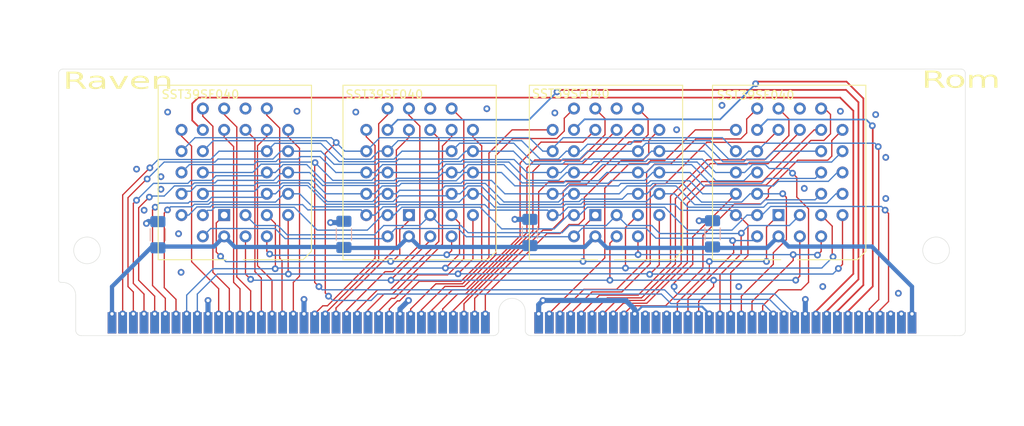
<source format=kicad_pcb>
(kicad_pcb (version 20221018) (generator pcbnew)
  (title_block (title "Raven 2MB ROM") (date "2023") (rev "A0") (company "Licensed under CERN-OHL-P v2") (comment 1 "Anders Granlund"))
  (layers (0 "F.Cu" signal) (1 "In1.Cu" signal) (2 "In2.Cu" signal) (31 "B.Cu" signal) (34 "B.Paste" user) (35 "F.Paste" user) (36 "B.SilkS" user "B.Silkscreen") (37 "F.SilkS" user "F.Silkscreen") (38 "B.Mask" user) (39 "F.Mask" user) (44 "Edge.Cuts" user))
  (net 0 "")
  (net 1 "unconnected-(J1-nc-Pad67)")
  (net 2 "unconnected-(J1-nc-Pad70)")
  (net 3 "unconnected-(J1-nc-Pad71)")
  (net 4 "VCC")
  (net 5 "GND")
  (net 6 "A2")
  (net 7 "A3")
  (net 8 "A4")
  (net 9 "A5")
  (net 10 "A6")
  (net 11 "A7")
  (net 12 "A8")
  (net 13 "A9")
  (net 14 "A10")
  (net 15 "A11")
  (net 16 "A12")
  (net 17 "D31")
  (net 18 "D30")
  (net 19 "D29")
  (net 20 "D28")
  (net 21 "D27")
  (net 22 "D26")
  (net 23 "D25")
  (net 24 "D24")
  (net 25 "D23")
  (net 26 "D22")
  (net 27 "D21")
  (net 28 "D20")
  (net 29 "D19")
  (net 30 "D18")
  (net 31 "D17")
  (net 32 "D16")
  (net 33 "D15")
  (net 34 "D14")
  (net 35 "D13")
  (net 36 "D12")
  (net 37 "D11")
  (net 38 "D10")
  (net 39 "D9")
  (net 40 "D8")
  (net 41 "D7")
  (net 42 "D6")
  (net 43 "D5")
  (net 44 "D4")
  (net 45 "D3")
  (net 46 "D2")
  (net 47 "D1")
  (net 48 "D0")
  (net 49 "unconnected-(J1-A21-Pad47)")
  (net 50 "unconnected-(J1-A20-Pad48)")
  (net 51 "unconnected-(J1-A19-Pad49)")
  (net 52 "A20")
  (net 53 "A19")
  (net 54 "A18")
  (net 55 "A17")
  (net 56 "A16")
  (net 57 "A15")
  (net 58 "A14")
  (net 59 "A13")
  (net 60 "~{BS0}")
  (net 61 "~{BS1}")
  (net 62 "~{BS2}")
  (net 63 "~{BS3}")
  (net 64 "Net-(J1-~{OE})")
  (net 65 "Net-(J1-~{WE})")
  (footprint "68k:SIMM72_edge" (layer "F.Cu") (at 51.0258 102.745)
    (fp_text reference "J1" hide)
    (fp_text value "SIMM72" hide)
    (fp_line (start 0 0) (end 0 6.096) (stroke (width 0.05)) (layer "Edge.Cuts"))
    (fp_line (start 0.254 6.35) (end 0.46 6.354793) (stroke (width 0.05)) (layer "Edge.Cuts"))
    (fp_line (start 2.03 12.065) (end 2.03 7.92) (stroke (width 0.05)) (layer "Edge.Cuts"))
    (fp_line (start 51.7652 12.7) (end 2.665 12.7) (stroke (width 0.05)) (layer "Edge.Cuts"))
    (fp_line (start 52.4002 12.065) (end 52.4002 9.8298) (stroke (width 0.05)) (layer "Edge.Cuts"))
    (fp_line (start 55.5498 12.065) (end 55.5498 9.8298) (stroke (width 0.05)) (layer "Edge.Cuts"))
    (fp_line (start 56.1848 12.7) (end 106.68 12.7) (stroke (width 0.05)) (layer "Edge.Cuts"))
    (fp_line (start 107.315 12.7) (end 106.68 12.7) (stroke (width 0.05)) (layer "Edge.Cuts"))
    (fp_line (start 107.95 0) (end 107.95 11.43) (stroke (width 0.05)) (layer "Edge.Cuts"))
    (fp_line (start 107.95 12.065) (end 107.95 11.43) (stroke (width 0.05)) (layer "Edge.Cuts"))
    (fp_arc (start 0.254 6.35) (mid 0.074395 6.275605) (end 0 6.096) (stroke (width 0.05)) (layer "Edge.Cuts"))
    (fp_arc (start 0.46 6.354793) (mid 1.568464 6.812942) (end 2.03 7.92) (stroke (width 0.05)) (layer "Edge.Cuts"))
    (fp_arc (start 2.665 12.7) (mid 2.215987 12.514013) (end 2.03 12.065) (stroke (width 0.05)) (layer "Edge.Cuts"))
    (fp_arc (start 52.4002 9.8298) (mid 53.975 8.255) (end 55.5498 9.8298) (stroke (width 0.05)) (layer "Edge.Cuts"))
    (fp_arc (start 52.4002 12.065) (mid 52.214213 12.514013) (end 51.7652 12.7) (stroke (width 0.05)) (layer "Edge.Cuts"))
    (fp_arc (start 56.1848 12.7) (mid 55.735787 12.514013) (end 55.5498 12.065) (stroke (width 0.05)) (layer "Edge.Cuts"))
    (fp_arc (start 107.95 12.065) (mid 107.764013 12.514013) (end 107.315 12.7) (stroke (width 0.05)) (layer "Edge.Cuts"))
    (fp_circle (center 3.38 2.54) (end 4.953 2.3114) (stroke (width 0.05)) (fill none) (layer "Edge.Cuts"))
    (fp_circle (center 104.4702 2.54) (end 106.0602 2.54) (stroke (width 0.05)) (fill none) (layer "Edge.Cuts"))
  )
  (footprint "Package_LCC:PLCC-32_THT-Socket" (layer "F.Cu") (at 92.73 101.08 180)
    (fp_text reference "U2" hide)
    (fp_text value "SST39SF040")
  )
  (footprint "Package_LCC:PLCC-32_THT-Socket" (layer "F.Cu") (at 136.73 101.08 180)
    (fp_text reference "U4" hide)
    (fp_text value "SST39SF040")
  )
  (footprint "Package_LCC:PLCC-32_THT-Socket" (layer "F.Cu") (at 70.73 101.08 180)
    (fp_text reference "U1" hide)
    (fp_text value "SST39SF040")
  )
  (footprint "Package_LCC:PLCC-32_THT-Socket" (layer "F.Cu") (at 114.92 101.08 180)
    (fp_text reference "U3" hide)
    (fp_text value "SST39SF040")
  )
  (footprint "Capacitor_SMD:C_1206_3216Metric_Pad1.33x1.80mm_HandSolder" (layer "B.Cu") (at 107.1336 103.1514 90)
    (fp_text reference "C3" hide)
    (fp_text value "0.1uF" hide)
  )
  (footprint "Capacitor_SMD:C_1206_3216Metric_Pad1.33x1.80mm_HandSolder" (layer "B.Cu") (at 84.9848 103.38 90)
    (fp_text reference "C2" hide)
    (fp_text value "0.1uF" hide)
  )
  (footprint "Capacitor_SMD:C_1206_3216Metric_Pad1.33x1.80mm_HandSolder" (layer "B.Cu") (at 128.876 103.3161 90)
    (fp_text reference "C4" hide)
    (fp_text value "0.1uF" hide)
  )
  (footprint "Capacitor_SMD:C_1206_3216Metric_Pad1.33x1.80mm_HandSolder" (layer "B.Cu") (at 62.836 103.4185 90)
    (fp_text reference "C1" hide)
    (fp_text value "0.1uF" hide)
  )
  (gr_arc (start 51.025 84.1776) (mid 51.17379 83.81839) (end 51.533 83.6696) (stroke (width 0.05)) (layer "Edge.Cuts"))
  (gr_arc (start 158.467 83.6696) (mid 158.82621 83.81839) (end 158.975 84.1776) (stroke (width 0.05)) (layer "Edge.Cuts"))
  (gr_line (start 158.975 84.1776) (end 158.9758 102.745) (stroke (width 0.05)) (layer "Edge.Cuts"))
  (gr_line (start 51.025 84.1776) (end 51.0258 102.745) (stroke (width 0.05)) (layer "Edge.Cuts"))
  (gr_line (start 158.467 83.6696) (end 51.533 83.6696) (stroke (width 0.05)) (layer "Edge.Cuts"))
  (gr_text "Rom" (at 153.768 86.235) (layer "F.SilkS") (effects (font (size 2 3)) (justify left bottom)))
  (gr_text "Raven" (at 51.533 86.362) (layer "F.SilkS") (effects (font (size 2 3)) (justify left bottom)))
  (via (at 146.275 112.8542) (size 0.8) (drill 0.4) (layers "F.Cu" "B.Cu") (net 1))
  (via (at 150.085 112.8542) (size 0.8) (drill 0.4) (layers "F.Cu" "B.Cu") (net 2))
  (via (at 151.355 112.8542) (size 0.8) (drill 0.4) (layers "F.Cu" "B.Cu") (net 3))
  (via (at 57.375 112.8542) (size 0.8) (drill 0.4) (layers "F.Cu" "B.Cu") (net 4))
  (via (at 152.625 112.8542) (size 0.8) (drill 0.4) (layers "F.Cu" "B.Cu") (net 4))
  (segment (start 84.9848 104.9933) (end 91.3567 104.9933) (width 0.508) (layer "B.Cu") (net 4))
  (segment (start 116.2866 104.9866) (end 114.92 103.62) (width 0.508) (layer "B.Cu") (net 4))
  (segment (start 93.9886 104.8786) (end 106.9689 104.8786) (width 0.508) (layer "B.Cu") (net 4))
  (segment (start 135.3634 104.9866) (end 116.2866 104.9866) (width 0.508) (layer "B.Cu") (net 4))
  (segment (start 136.73 103.62) (end 137.9378 104.8278) (width 0.508) (layer "B.Cu") (net 4))
  (segment (start 113.6614 104.8786) (end 107.2983 104.8786) (width 0.508) (layer "B.Cu") (net 4))
  (segment (start 136.73 103.62) (end 135.3634 104.9866) (width 0.508) (layer "B.Cu") (net 4))
  (segment (start 147.8498 104.8278) (end 152.625 109.603) (width 0.508) (layer "B.Cu") (net 4))
  (segment (start 91.3567 104.9933) (end 92.73 103.62) (width 0.508) (layer "B.Cu") (net 4))
  (segment (start 57.375 109.603) (end 57.375 112.8542) (width 0.508) (layer "B.Cu") (net 4))
  (segment (start 114.92 103.62) (end 113.6614 104.8786) (width 0.508) (layer "B.Cu") (net 4))
  (segment (start 69.5222 104.8278) (end 62.1502 104.8278) (width 0.508) (layer "B.Cu") (net 4))
  (segment (start 152.625 109.603) (end 152.625 112.8542) (width 0.508) (layer "B.Cu") (net 4))
  (segment (start 70.73 103.62) (end 69.5222 104.8278) (width 0.508) (layer "B.Cu") (net 4))
  (segment (start 92.73 103.62) (end 93.9886 104.8786) (width 0.508) (layer "B.Cu") (net 4))
  (segment (start 71.9886 104.8786) (end 84.8701 104.8786) (width 0.508) (layer "B.Cu") (net 4))
  (segment (start 107.2983 104.8786) (end 107.1336 104.7139) (width 0.508) (layer "B.Cu") (net 4))
  (segment (start 84.8701 104.8786) (end 84.9848 104.9933) (width 0.508) (layer "B.Cu") (net 4))
  (segment (start 106.9689 104.8786) (end 107.1336 104.7139) (width 0.508) (layer "B.Cu") (net 4))
  (segment (start 137.9378 104.8278) (end 147.8498 104.8278) (width 0.508) (layer "B.Cu") (net 4))
  (segment (start 70.73 103.62) (end 71.9886 104.8786) (width 0.508) (layer "B.Cu") (net 4))
  (segment (start 62.1502 104.8278) (end 57.375 109.603) (width 0.508) (layer "B.Cu") (net 4))
  (via (at 61.4745 102.0745) (size 0.8) (drill 0.4) (layers "F.Cu" "B.Cu") (net 5))
  (via (at 127.2766 101.7536) (size 0.8) (drill 0.4) (layers "F.Cu" "B.Cu") (net 5))
  (via (at 128.495 112.8542) (size 0.8) (drill 0.4) (layers "F.Cu" "B.Cu") (net 5))
  (via (at 86.4 88.8) (size 0.8) (drill 0.4) (layers "F.Cu" "B.Cu") (net 5))
  (via (at 68.805 112.8542) (size 0.8) (drill 0.4) (layers "F.Cu" "B.Cu") (net 5))
  (via (at 83.3969 101.9699) (size 0.8) (drill 0.4) (layers "F.Cu" "B.Cu") (net 5))
  (via (at 65.3 103.3) (size 0.8) (drill 0.4) (layers "F.Cu" "B.Cu") (net 5))
  (via (at 63.2 96.5) (size 0.8) (drill 0.4) (layers "F.Cu" "B.Cu") (net 5))
  (via (at 60.3 95.6) (size 0.8) (drill 0.4) (layers "F.Cu" "B.Cu") (net 5))
  (via (at 151 110.4) (size 0.8) (drill 0.4) (layers "F.Cu" "B.Cu") (net 5))
  (via (at 102 88.4) (size 0.8) (drill 0.4) (layers "F.Cu" "B.Cu") (net 5))
  (via (at 149.5 94.2) (size 0.8) (drill 0.4) (layers "F.Cu" "B.Cu") (net 5))
  (via (at 91.665 112.8542) (size 0.8) (drill 0.4) (layers "F.Cu" "B.Cu") (net 5))
  (via (at 80.235 111.127) (size 0.8) (drill 0.4) (layers "F.Cu" "B.Cu") (net 5))
  (via (at 65.6 107.9) (size 0.8) (drill 0.4) (layers "F.Cu" "B.Cu") (net 5))
  (via (at 79.4 88.7) (size 0.8) (drill 0.4) (layers "F.Cu" "B.Cu") (net 5))
  (via (at 63.2 98) (size 0.8) (drill 0.4) (layers "F.Cu" "B.Cu") (net 5))
  (via (at 61.2 100.5) (size 0.8) (drill 0.4) (layers "F.Cu" "B.Cu") (net 5))
  (via (at 108.175 112.8542) (size 0.8) (drill 0.4) (layers "F.Cu" "B.Cu") (net 5))
  (via (at 132 109.6) (size 0.8) (drill 0.4) (layers "F.Cu" "B.Cu") (net 5))
  (via (at 139.8 97.9) (size 0.8) (drill 0.4) (layers "F.Cu" "B.Cu") (net 5))
  (via (at 110.1 88.9) (size 0.8) (drill 0.4) (layers "F.Cu" "B.Cu") (net 5))
  (via (at 108.683 111.254) (size 0.8) (drill 0.4) (layers "F.Cu" "B.Cu") (net 5))
  (via (at 139.925 112.8542) (size 0.8) (drill 0.4) (layers "F.Cu" "B.Cu") (net 5))
  (via (at 149.5 99.1) (size 0.8) (drill 0.4) (layers "F.Cu" "B.Cu") (net 5))
  (via (at 130 88) (size 0.8) (drill 0.4) (layers "F.Cu" "B.Cu") (net 5))
  (via (at 142 109.6) (size 0.8) (drill 0.4) (layers "F.Cu" "B.Cu") (net 5))
  (via (at 124.6 90.9) (size 0.8) (drill 0.4) (layers "F.Cu" "B.Cu") (net 5))
  (via (at 105.3371 101.5889) (size 0.8) (drill 0.4) (layers "F.Cu" "B.Cu") (net 5))
  (via (at 144.1 88.7) (size 0.8) (drill 0.4) (layers "F.Cu" "B.Cu") (net 5))
  (via (at 64 88.8) (size 0.8) (drill 0.4) (layers "F.Cu" "B.Cu") (net 5))
  (via (at 148.3 89.1) (size 0.8) (drill 0.4) (layers "F.Cu" "B.Cu") (net 5))
  (via (at 119.605 112.8542) (size 0.8) (drill 0.4) (layers "F.Cu" "B.Cu") (net 5))
  (via (at 80.235 112.8542) (size 0.8) (drill 0.4) (layers "F.Cu" "B.Cu") (net 5))
  (via (at 68.805 111.254) (size 0.8) (drill 0.4) (layers "F.Cu" "B.Cu") (net 5))
  (via (at 92.681 111.254) (size 0.8) (drill 0.4) (layers "F.Cu" "B.Cu") (net 5))
  (via (at 139.925 111.127) (size 0.8) (drill 0.4) (layers "F.Cu" "B.Cu") (net 5))
  (segment (start 91.665 112.8542) (end 91.665 112.27) (width 0.6096) (layer "B.Cu") (net 5))
  (segment (start 80.235 112.8542) (end 80.235 111.127) (width 0.6096) (layer "B.Cu") (net 5))
  (segment (start 108.175 112.8542) (end 108.175 111.762) (width 0.6096) (layer "B.Cu") (net 5))
  (segment (start 118.554 111.254) (end 119.605 112.305) (width 0.6096) (layer "B.Cu") (net 5))
  (segment (start 91.665 112.27) (end 92.681 111.254) (width 0.6096) (layer "B.Cu") (net 5))
  (segment (start 120.4686 111.9906) (end 119.605 112.8542) (width 0.254) (layer "B.Cu") (net 5))
  (segment (start 61.4745 102.0745) (end 61.693 101.856) (width 0.6096) (layer "B.Cu") (net 5))
  (segment (start 128.876 101.7536) (end 127.2766 101.7536) (width 0.6096) (layer "B.Cu") (net 5))
  (segment (start 128.495 112.8542) (end 127.6314 111.9906) (width 0.254) (layer "B.Cu") (net 5))
  (segment (start 83.3969 101.9699) (end 84.9848 101.9699) (width 0.6096) (layer "B.Cu") (net 5))
  (segment (start 127.6314 111.9906) (end 120.4686 111.9906) (width 0.254) (layer "B.Cu") (net 5))
  (segment (start 105.3371 101.5889) (end 107.1336 101.5889) (width 0.6096) (layer "B.Cu") (net 5))
  (segment (start 139.925 112.8542) (end 139.925 111.127) (width 0.6096) (layer "B.Cu") (net 5))
  (segment (start 68.805 112.8542) (end 68.805 111.254) (width 0.6096) (layer "B.Cu") (net 5))
  (segment (start 119.605 112.305) (end 119.605 112.8542) (width 0.6096) (layer "B.Cu") (net 5))
  (segment (start 108.683 111.254) (end 118.554 111.254) (width 0.6096) (layer "B.Cu") (net 5))
  (segment (start 61.693 101.856) (end 62.836 101.856) (width 0.6096) (layer "B.Cu") (net 5))
  (segment (start 108.175 111.762) (end 108.683 111.254) (width 0.6096) (layer "B.Cu") (net 5))
  (segment (start 61.8835 95.4425) (end 58.645 98.681) (width 0.1524) (layer "F.Cu") (net 6))
  (segment (start 58.645 98.681) (end 58.645 112.8542) (width 0.1524) (layer "F.Cu") (net 6))
  (via (at 61.8835 95.4425) (size 0.8) (drill 0.4) (layers "F.Cu" "B.Cu") (net 6))
  (via (at 58.645 112.8542) (size 0.8) (drill 0.4) (layers "F.Cu" "B.Cu") (net 6))
  (segment (start 88.8456 94.4138) (end 88.5408 94.7186) (width 0.1524) (layer "B.Cu") (net 6))
  (segment (start 113.0658 94.3998) (end 111.0592 94.3998) (width 0.1524) (layer "B.Cu") (net 6))
  (segment (start 107.399 94.7046) (end 105.2032 92.5088) (width 0.1524) (layer "B.Cu") (net 6))
  (segment (start 84.426 94.7186) (end 82.2276 92.5202) (width 0.1524) (layer "B.Cu") (net 6))
  (segment (start 141.81 93.46) (end 136.1544 93.46) (width 0.1524) (layer "B.Cu") (net 6))
  (segment (start 69.1238 94.4506) (end 70.1144 93.46) (width 0.1524) (layer "B.Cu") (net 6))
  (segment (start 136.1544 93.46) (end 135.2146 94.3998) (width 0.1524) (layer "B.Cu") (net 6))
  (segment (start 120.9398 92.5202) (end 120 93.46) (width 0.1524) (layer "B.Cu") (net 6))
  (segment (start 97.81 93.46) (end 91.9076 93.46) (width 0.1524) (layer "B.Cu") (net 6))
  (segment (start 135.2146 94.3998) (end 132.930096 94.3998) (width 0.1524) (layer "B.Cu") (net 6))
  (segment (start 114.0056 93.46) (end 113.0658 94.3998) (width 0.1524) (layer "B.Cu") (net 6))
  (segment (start 76.7498 92.5202) (end 75.81 93.46) (width 0.1524) (layer "B.Cu") (net 6))
  (segment (start 62.8754 94.4506) (end 69.1238 94.4506) (width 0.1524) (layer "B.Cu") (net 6))
  (segment (start 90.9538 94.4138) (end 88.8456 94.4138) (width 0.1524) (layer "B.Cu") (net 6))
  (segment (start 130.1206 94.7186) (end 127.9222 92.5202) (width 0.1524) (layer "B.Cu") (net 6))
  (segment (start 132.930096 94.3998) (end 132.611296 94.7186) (width 0.1524) (layer "B.Cu") (net 6))
  (segment (start 132.611296 94.7186) (end 130.1206 94.7186) (width 0.1524) (layer "B.Cu") (net 6))
  (segment (start 91.9076 93.46) (end 90.9538 94.4138) (width 0.1524) (layer "B.Cu") (net 6))
  (segment (start 70.1144 93.46) (end 75.81 93.46) (width 0.1524) (layer "B.Cu") (net 6))
  (segment (start 82.2276 92.5202) (end 76.7498 92.5202) (width 0.1524) (layer "B.Cu") (net 6))
  (segment (start 61.8835 95.4425) (end 62.8754 94.4506) (width 0.1524) (layer "B.Cu") (net 6))
  (segment (start 110.7544 94.7046) (end 107.399 94.7046) (width 0.1524) (layer "B.Cu") (net 6))
  (segment (start 111.0592 94.3998) (end 110.7544 94.7046) (width 0.1524) (layer "B.Cu") (net 6))
  (segment (start 120 93.46) (end 114.0056 93.46) (width 0.1524) (layer "B.Cu") (net 6))
  (segment (start 88.5408 94.7186) (end 84.426 94.7186) (width 0.1524) (layer "B.Cu") (net 6))
  (segment (start 98.7612 92.5088) (end 97.81 93.46) (width 0.1524) (layer "B.Cu") (net 6))
  (segment (start 105.2032 92.5088) (end 98.7612 92.5088) (width 0.1524) (layer "B.Cu") (net 6))
  (segment (start 127.9222 92.5202) (end 120.9398 92.5202) (width 0.1524) (layer "B.Cu") (net 6))
  (segment (start 59.28 109.603) (end 59.915 110.238) (width 0.1524) (layer "F.Cu") (net 7))
  (segment (start 59.28 98.9985) (end 59.28 109.603) (width 0.1524) (layer "F.Cu") (net 7))
  (segment (start 61.566 96.776) (end 61.5025 96.776) (width 0.1524) (layer "F.Cu") (net 7))
  (segment (start 59.915 110.238) (end 59.915 112.8542) (width 0.1524) (layer "F.Cu") (net 7))
  (segment (start 61.5025 96.776) (end 59.28 98.9985) (width 0.1524) (layer "F.Cu") (net 7))
  (via (at 61.566 96.776) (size 0.8) (drill 0.4) (layers "F.Cu" "B.Cu") (net 7))
  (via (at 59.915 112.8542) (size 0.8) (drill 0.4) (layers "F.Cu" "B.Cu") (net 7))
  (segment (start 83.8164 95.0234) (end 88.8456 95.0234) (width 0.1524) (layer "B.Cu") (net 7))
  (segment (start 127.8714 93.46) (end 129.4716 95.0602) (width 0.1524) (layer "B.Cu") (net 7))
  (segment (start 111.3132 94.7046) (end 113.3706 94.7046) (width 0.1524) (layer "B.Cu") (net 7))
  (segment (start 133.2588 94.7554) (end 143.0546 94.7554) (width 0.1524) (layer "B.Cu") (net 7))
  (segment (start 132.954 95.0602) (end 133.2588 94.7554) (width 0.1524) (layer "B.Cu") (net 7))
  (segment (start 143.0546 94.7554) (end 144.35 93.46) (width 0.1524) (layer "B.Cu") (net 7))
  (segment (start 77.4804 93.46) (end 78.35 93.46) (width 0.1524) (layer "B.Cu") (net 7))
  (segment (start 105.1638 93.46) (end 106.7132 95.0094) (width 0.1524) (layer "B.Cu") (net 7))
  (segment (start 121.6002 93.46) (end 122.54 93.46) (width 0.1524) (layer "B.Cu") (net 7))
  (segment (start 76.5406 94.3998) (end 77.4804 93.46) (width 0.1524) (layer "B.Cu") (net 7))
  (segment (start 69.9874 94.3998) (end 76.5406 94.3998) (width 0.1524) (layer "B.Cu") (net 7))
  (segment (start 99.5022 93.46) (end 100.35 93.46) (width 0.1524) (layer "B.Cu") (net 7))
  (segment (start 113.6754 94.3998) (end 120.6604 94.3998) (width 0.1524) (layer "B.Cu") (net 7))
  (segment (start 100.35 93.46) (end 105.1638 93.46) (width 0.1524) (layer "B.Cu") (net 7))
  (segment (start 89.1504 94.7186) (end 91.183148 94.7186) (width 0.1524) (layer "B.Cu") (net 7))
  (segment (start 122.54 93.46) (end 127.8714 93.46) (width 0.1524) (layer "B.Cu") (net 7))
  (segment (start 98.5624 94.3998) (end 99.5022 93.46) (width 0.1524) (layer "B.Cu") (net 7))
  (segment (start 111.0084 95.0094) (end 111.3132 94.7046) (width 0.1524) (layer "B.Cu") (net 7))
  (segment (start 120.6604 94.3998) (end 121.6002 93.46) (width 0.1524) (layer "B.Cu") (net 7))
  (segment (start 113.3706 94.7046) (end 113.6754 94.3998) (width 0.1524) (layer "B.Cu") (net 7))
  (segment (start 61.566 96.776) (end 63.5866 94.7554) (width 0.1524) (layer "B.Cu") (net 7))
  (segment (start 82.253 93.46) (end 83.8164 95.0234) (width 0.1524) (layer "B.Cu") (net 7))
  (segment (start 78.35 93.46) (end 82.253 93.46) (width 0.1524) (layer "B.Cu") (net 7))
  (segment (start 106.7132 95.0094) (end 111.0084 95.0094) (width 0.1524) (layer "B.Cu") (net 7))
  (segment (start 63.5866 94.7554) (end 69.6318 94.7554) (width 0.1524) (layer "B.Cu") (net 7))
  (segment (start 69.6318 94.7554) (end 69.9874 94.3998) (width 0.1524) (layer "B.Cu") (net 7))
  (segment (start 88.8456 95.0234) (end 89.1504 94.7186) (width 0.1524) (layer "B.Cu") (net 7))
  (segment (start 91.501948 94.3998) (end 98.5624 94.3998) (width 0.1524) (layer "B.Cu") (net 7))
  (segment (start 129.4716 95.0602) (end 132.954 95.0602) (width 0.1524) (layer "B.Cu") (net 7))
  (segment (start 91.183148 94.7186) (end 91.501948 94.3998) (width 0.1524) (layer "B.Cu") (net 7))
  (segment (start 59.915 109.222) (end 61.185 110.492) (width 0.1524) (layer "F.Cu") (net 8))
  (segment (start 61.185 110.492) (end 61.185 112.8542) (width 0.1524) (layer "F.Cu") (net 8))
  (segment (start 59.915 99.697) (end 59.915 109.222) (width 0.1524) (layer "F.Cu") (net 8))
  (segment (start 60.296 99.316) (end 59.915 99.697) (width 0.1524) (layer "F.Cu") (net 8))
  (via (at 61.185 112.8542) (size 0.8) (drill 0.4) (layers "F.Cu" "B.Cu") (net 8))
  (via (at 60.296 99.316) (size 0.8) (drill 0.4) (layers "F.Cu" "B.Cu") (net 8))
  (segment (start 121.005788 96) (end 120 96) (width 0.1524) (layer "B.Cu") (net 8))
  (segment (start 99.7816 95.0602) (end 98.8418 96) (width 0.1524) (layer "B.Cu") (net 8))
  (segment (start 80.5512 95.0602) (end 82.7356 97.2446) (width 0.1524) (layer "B.Cu") (net 8))
  (segment (start 128.608 97.2954) (end 126.3728 95.0602) (width 0.1524) (layer "B.Cu") (net 8))
  (segment (start 77.755588 95.0602) (end 80.5512 95.0602) (width 0.1524) (layer "B.Cu") (net 8))
  (segment (start 135.3162 96.7112) (end 134.732 97.2954) (width 0.1524) (layer "B.Cu") (net 8))
  (segment (start 115.3124 96.9792) (end 111.4008 96.9792) (width 0.1524) (layer "B.Cu") (net 8))
  (segment (start 111.1354 97.2446) (end 106.2052 97.2446) (width 0.1524) (layer "B.Cu") (net 8))
  (segment (start 96.804212 96) (end 97.81 96) (width 0.1524) (layer "B.Cu") (net 8))
  (segment (start 88.8456 96.9792) (end 90.9792 96.9792) (width 0.1524) (layer "B.Cu") (net 8))
  (segment (start 121.945588 95.0602) (end 121.005788 96) (width 0.1524) (layer "B.Cu") (net 8))
  (segment (start 111.4008 96.9792) (end 111.1354 97.2446) (width 0.1524) (layer "B.Cu") (net 8))
  (segment (start 91.2726 96.6858) (end 96.118412 96.6858) (width 0.1524) (layer "B.Cu") (net 8))
  (segment (start 97.81 95.9904) (end 97.81 96) (width 0.1524) (layer "B.Cu") (net 8))
  (segment (start 88.5802 97.2446) (end 88.8456 96.9792) (width 0.1524) (layer "B.Cu") (net 8))
  (segment (start 62.3166 97.2954) (end 66.406 97.2954) (width 0.1524) (layer "B.Cu") (net 8))
  (segment (start 126.3728 95.0602) (end 121.945588 95.0602) (width 0.1524) (layer "B.Cu") (net 8))
  (segment (start 69.750522 96.389278) (end 75.420722 96.389278) (width 0.1524) (layer "B.Cu") (net 8))
  (segment (start 60.296 99.316) (end 62.3166 97.2954) (width 0.1524) (layer "B.Cu") (net 8))
  (segment (start 76.815788 96) (end 77.755588 95.0602) (width 0.1524) (layer "B.Cu") (net 8))
  (segment (start 104.0208 95.0602) (end 99.7816 95.0602) (width 0.1524) (layer "B.Cu") (net 8))
  (segment (start 75.420722 96.389278) (end 75.81 96) (width 0.1524) (layer "B.Cu") (net 8))
  (segment (start 141.0988 96.7112) (end 135.3162 96.7112) (width 0.1524) (layer "B.Cu") (net 8))
  (segment (start 66.7616 96.9398) (end 69.2 96.9398) (width 0.1524) (layer "B.Cu") (net 8))
  (segment (start 116.2916 96) (end 115.3124 96.9792) (width 0.1524) (layer "B.Cu") (net 8))
  (segment (start 75.81 96) (end 76.815788 96) (width 0.1524) (layer "B.Cu") (net 8))
  (segment (start 141.81 96) (end 141.0988 96.7112) (width 0.1524) (layer "B.Cu") (net 8))
  (segment (start 134.732 97.2954) (end 128.608 97.2954) (width 0.1524) (layer "B.Cu") (net 8))
  (segment (start 98.8418 96) (end 97.81 96) (width 0.1524) (layer "B.Cu") (net 8))
  (segment (start 106.2052 97.2446) (end 104.0208 95.0602) (width 0.1524) (layer "B.Cu") (net 8))
  (segment (start 90.9792 96.9792) (end 91.2726 96.6858) (width 0.1524) (layer "B.Cu") (net 8))
  (segment (start 82.7356 97.2446) (end 88.5802 97.2446) (width 0.1524) (layer "B.Cu") (net 8))
  (segment (start 120 96) (end 116.2916 96) (width 0.1524) (layer "B.Cu") (net 8))
  (segment (start 96.118412 96.6858) (end 96.804212 96) (width 0.1524) (layer "B.Cu") (net 8))
  (segment (start 66.406 97.2954) (end 66.7616 96.9398) (width 0.1524) (layer "B.Cu") (net 8))
  (segment (start 69.2 96.9398) (end 69.750522 96.389278) (width 0.1524) (layer "B.Cu") (net 8))
  (segment (start 60.55 108.841) (end 62.455 110.746) (width 0.1524) (layer "F.Cu") (net 9))
  (segment (start 60.55 100.205) (end 60.55 108.841) (width 0.1524) (layer "F.Cu") (net 9))
  (segment (start 61.82 98.935) (end 60.55 100.205) (width 0.1524) (layer "F.Cu") (net 9))
  (segment (start 62.455 110.746) (end 62.455 112.8542) (width 0.1524) (layer "F.Cu") (net 9))
  (via (at 61.82 98.935) (size 0.8) (drill 0.4) (layers "F.Cu" "B.Cu") (net 9))
  (via (at 62.455 112.8542) (size 0.8) (drill 0.4) (layers "F.Cu" "B.Cu") (net 9))
  (segment (start 89.1644 97.2954) (end 91.2218 97.2954) (width 0.1524) (layer "B.Cu") (net 9))
  (segment (start 98.353612 96.9906) (end 99.344212 96) (width 0.1524) (layer "B.Cu") (net 9))
  (segment (start 91.2218 97.2954) (end 91.5266 96.9906) (width 0.1524) (layer "B.Cu") (net 9))
  (segment (start 116.4808 97.284) (end 116.811 96.9538) (width 0.1524) (layer "B.Cu") (net 9))
  (segment (start 143.7236 96) (end 144.35 96) (width 0.1524) (layer "B.Cu") (net 9))
  (segment (start 100.35 96) (end 103.7414 96) (width 0.1524) (layer "B.Cu") (net 9))
  (segment (start 82.4562 97.5494) (end 88.9104 97.5494) (width 0.1524) (layer "B.Cu") (net 9))
  (segment (start 80.9068 96) (end 82.4562 97.5494) (width 0.1524) (layer "B.Cu") (net 9))
  (segment (start 116.811 96.9538) (end 120.7988 96.9538) (width 0.1524) (layer "B.Cu") (net 9))
  (segment (start 111.680948 97.284) (end 116.4808 97.284) (width 0.1524) (layer "B.Cu") (net 9))
  (segment (start 120.7988 96.9538) (end 121.7526 96) (width 0.1524) (layer "B.Cu") (net 9))
  (segment (start 64.8058 97.6002) (end 66.8124 97.6002) (width 0.1524) (layer "B.Cu") (net 9))
  (segment (start 91.5266 96.9906) (end 98.353612 96.9906) (width 0.1524) (layer "B.Cu") (net 9))
  (segment (start 103.7414 96) (end 105.3302 97.5888) (width 0.1524) (layer "B.Cu") (net 9))
  (segment (start 61.82 98.935) (end 61.947 98.808) (width 0.1524) (layer "B.Cu") (net 9))
  (segment (start 66.8124 97.6002) (end 67.168 97.2446) (width 0.1524) (layer "B.Cu") (net 9))
  (segment (start 69.6318 97.2446) (end 69.9366 96.9398) (width 0.1524) (layer "B.Cu") (net 9))
  (segment (start 136.6738 97.0554) (end 142.6682 97.0554) (width 0.1524) (layer "B.Cu") (net 9))
  (segment (start 99.344212 96) (end 100.35 96) (width 0.1524) (layer "B.Cu") (net 9))
  (segment (start 63.598 98.808) (end 64.8058 97.6002) (width 0.1524) (layer "B.Cu") (net 9))
  (segment (start 69.9366 96.9398) (end 76.6168 96.9398) (width 0.1524) (layer "B.Cu") (net 9))
  (segment (start 78.209 96.141) (end 78.35 96) (width 0.1524) (layer "B.Cu") (net 9))
  (segment (start 126.195 96) (end 127.7952 97.6002) (width 0.1524) (layer "B.Cu") (net 9))
  (segment (start 78.35 96) (end 80.9068 96) (width 0.1524) (layer "B.Cu") (net 9))
  (segment (start 121.7526 96) (end 122.54 96) (width 0.1524) (layer "B.Cu") (net 9))
  (segment (start 61.947 98.808) (end 63.598 98.808) (width 0.1524) (layer "B.Cu") (net 9))
  (segment (start 127.7952 97.6002) (end 136.129 97.6002) (width 0.1524) (layer "B.Cu") (net 9))
  (segment (start 111.376148 97.5888) (end 111.680948 97.284) (width 0.1524) (layer "B.Cu") (net 9))
  (segment (start 122.54 96) (end 126.195 96) (width 0.1524) (layer "B.Cu") (net 9))
  (segment (start 88.9104 97.5494) (end 89.1644 97.2954) (width 0.1524) (layer "B.Cu") (net 9))
  (segment (start 105.3302 97.5888) (end 111.376148 97.5888) (width 0.1524) (layer "B.Cu") (net 9))
  (segment (start 136.129 97.6002) (end 136.6738 97.0554) (width 0.1524) (layer "B.Cu") (net 9))
  (segment (start 67.168 97.2446) (end 69.6318 97.2446) (width 0.1524) (layer "B.Cu") (net 9))
  (segment (start 76.6168 96.9398) (end 77.4156 96.141) (width 0.1524) (layer "B.Cu") (net 9))
  (segment (start 142.6682 97.0554) (end 143.7236 96) (width 0.1524) (layer "B.Cu") (net 9))
  (segment (start 77.4156 96.141) (end 78.209 96.141) (width 0.1524) (layer "B.Cu") (net 9))
  (segment (start 62.201 109.476) (end 63.725 111) (width 0.1524) (layer "F.Cu") (net 10))
  (segment (start 62.518512 100.141512) (end 62.201 100.459025) (width 0.1524) (layer "F.Cu") (net 10))
  (segment (start 62.201 100.459025) (end 62.201 109.476) (width 0.1524) (layer "F.Cu") (net 10))
  (segment (start 63.725 111) (end 63.725 112.8542) (width 0.1524) (layer "F.Cu") (net 10))
  (via (at 63.725 112.8542) (size 0.8) (drill 0.4) (layers "F.Cu" "B.Cu") (net 10))
  (via (at 62.518512 100.141512) (size 0.8) (drill 0.4) (layers "F.Cu" "B.Cu") (net 10))
  (segment (start 97.5674 98.7826) (end 97.81 98.54) (width 0.1524) (layer "B.Cu") (net 10))
  (segment (start 68.7174 99.4798) (end 69.2368 98.9604) (width 0.1524) (layer "B.Cu") (net 10))
  (segment (start 75.81 98.54) (end 76.8454 98.54) (width 0.1524) (layer "B.Cu") (net 10))
  (segment (start 76.8454 98.54) (end 77.836 97.5494) (width 0.1524) (layer "B.Cu") (net 10))
  (segment (start 82.888748 99.7846) (end 88.6564 99.7846) (width 0.1524) (layer "B.Cu") (net 10))
  (segment (start 88.9612 99.4798) (end 90.8408 99.4798) (width 0.1524) (layer "B.Cu") (net 10))
  (segment (start 66.6206 99.4798) (end 68.7174 99.4798) (width 0.1524) (layer "B.Cu") (net 10))
  (segment (start 122.0066 97.6002) (end 121.0668 98.54) (width 0.1524) (layer "B.Cu") (net 10))
  (segment (start 80.653548 97.5494) (end 82.888748 99.7846) (width 0.1524) (layer "B.Cu") (net 10))
  (segment (start 112.9896 99.4798) (end 111.1354 99.4798) (width 0.1524) (layer "B.Cu") (net 10))
  (segment (start 63.013824 99.6462) (end 66.4542 99.6462) (width 0.1524) (layer "B.Cu") (net 10))
  (segment (start 103.552948 99.824) (end 101.329148 97.6002) (width 0.1524) (layer "B.Cu") (net 10))
  (segment (start 135.1348 99.2548) (end 134.5542 99.8354) (width 0.1524) (layer "B.Cu") (net 10))
  (segment (start 90.8408 99.4798) (end 91.538 98.7826) (width 0.1524) (layer "B.Cu") (net 10))
  (segment (start 111.1354 99.4798) (end 110.7912 99.824) (width 0.1524) (layer "B.Cu") (net 10))
  (segment (start 121.0668 98.54) (end 120 98.54) (width 0.1524) (layer "B.Cu") (net 10))
  (segment (start 118.7554 98.54) (end 118.1204 99.175) (width 0.1524) (layer "B.Cu") (net 10))
  (segment (start 91.538 98.7826) (end 97.5674 98.7826) (width 0.1524) (layer "B.Cu") (net 10))
  (segment (start 69.2368 98.9604) (end 75.3896 98.9604) (width 0.1524) (layer "B.Cu") (net 10))
  (segment (start 101.329148 97.6002) (end 99.755588 97.6002) (width 0.1524) (layer "B.Cu") (net 10))
  (segment (start 66.4542 99.6462) (end 66.6206 99.4798) (width 0.1524) (layer "B.Cu") (net 10))
  (segment (start 120 98.54) (end 118.7554 98.54) (width 0.1524) (layer "B.Cu") (net 10))
  (segment (start 141.0952 99.2548) (end 135.1348 99.2548) (width 0.1524) (layer "B.Cu") (net 10))
  (segment (start 99.755588 97.6002) (end 98.815788 98.54) (width 0.1524) (layer "B.Cu") (net 10))
  (segment (start 98.815788 98.54) (end 97.81 98.54) (width 0.1524) (layer "B.Cu") (net 10))
  (segment (start 113.2944 99.175) (end 112.9896 99.4798) (width 0.1524) (layer "B.Cu") (net 10))
  (segment (start 118.1204 99.175) (end 113.2944 99.175) (width 0.1524) (layer "B.Cu") (net 10))
  (segment (start 75.3896 98.9604) (end 75.81 98.54) (width 0.1524) (layer "B.Cu") (net 10))
  (segment (start 62.518512 100.141512) (end 63.013824 99.6462) (width 0.1524) (layer "B.Cu") (net 10))
  (segment (start 77.836 97.5494) (end 80.653548 97.5494) (width 0.1524) (layer "B.Cu") (net 10))
  (segment (start 126.7538 99.8354) (end 124.5186 97.6002) (width 0.1524) (layer "B.Cu") (net 10))
  (segment (start 141.81 98.54) (end 141.0952 99.2548) (width 0.1524) (layer "B.Cu") (net 10))
  (segment (start 124.5186 97.6002) (end 122.0066 97.6002) (width 0.1524) (layer "B.Cu") (net 10))
  (segment (start 134.5542 99.8354) (end 126.7538 99.8354) (width 0.1524) (layer "B.Cu") (net 10))
  (segment (start 88.6564 99.7846) (end 88.9612 99.4798) (width 0.1524) (layer "B.Cu") (net 10))
  (segment (start 110.7912 99.824) (end 103.552948 99.824) (width 0.1524) (layer "B.Cu") (net 10))
  (segment (start 63.598 109.73) (end 64.995 111.127) (width 0.1524) (layer "F.Cu") (net 11))
  (segment (start 63.979 100.459) (end 63.598 100.84) (width 0.1524) (layer "F.Cu") (net 11))
  (segment (start 64.995 111.127) (end 64.995 112.8542) (width 0.1524) (layer "F.Cu") (net 11))
  (segment (start 63.598 100.84) (end 63.598 109.73) (width 0.1524) (layer "F.Cu") (net 11))
  (via (at 63.979 100.459) (size 0.8) (drill 0.4) (layers "F.Cu" "B.Cu") (net 11))
  (via (at 64.995 112.8542) (size 0.8) (drill 0.4) (layers "F.Cu" "B.Cu") (net 11))
  (segment (start 111.0198 100.1288) (end 111.364 99.7846) (width 0.1524) (layer "B.Cu") (net 11))
  (segment (start 134.9606 100.1402) (end 135.4546 99.6462) (width 0.1524) (layer "B.Cu") (net 11))
  (segment (start 91.3602 99.5192) (end 98.7262 99.5192) (width 0.1524) (layer "B.Cu") (net 11))
  (segment (start 76.8454 99.5306) (end 77.836 98.54) (width 0.1524) (layer "B.Cu") (net 11))
  (segment (start 77.836 98.54) (end 78.35 98.54) (width 0.1524) (layer "B.Cu") (net 11))
  (segment (start 66.8886 100.0894) (end 67.1934 99.7846) (width 0.1524) (layer "B.Cu") (net 11))
  (segment (start 68.8698 99.7846) (end 69.1238 99.5306) (width 0.1524) (layer "B.Cu") (net 11))
  (segment (start 135.4546 99.6462) (end 142.465 99.6462) (width 0.1524) (layer "B.Cu") (net 11))
  (segment (start 79.713 98.54) (end 81.2624 100.0894) (width 0.1524) (layer "B.Cu") (net 11))
  (segment (start 64.3486 100.0894) (end 66.8886 100.0894) (width 0.1524) (layer "B.Cu") (net 11))
  (segment (start 89.2914 99.7846) (end 91.0948 99.7846) (width 0.1524) (layer "B.Cu") (net 11))
  (segment (start 91.0948 99.7846) (end 91.3602 99.5192) (width 0.1524) (layer "B.Cu") (net 11))
  (segment (start 142.465 99.6462) (end 143.5712 98.54) (width 0.1524) (layer "B.Cu") (net 11))
  (segment (start 88.9866 100.0894) (end 89.2914 99.7846) (width 0.1524) (layer "B.Cu") (net 11))
  (segment (start 67.1934 99.7846) (end 68.8698 99.7846) (width 0.1524) (layer "B.Cu") (net 11))
  (segment (start 69.1238 99.5306) (end 76.8454 99.5306) (width 0.1524) (layer "B.Cu") (net 11))
  (segment (start 111.364 99.7846) (end 113.1928 99.7846) (width 0.1524) (layer "B.Cu") (net 11))
  (segment (start 120.9906 99.4798) (end 121.9304 98.54) (width 0.1524) (layer "B.Cu") (net 11))
  (segment (start 81.2624 100.0894) (end 88.9866 100.0894) (width 0.1524) (layer "B.Cu") (net 11))
  (segment (start 124.3662 98.54) (end 125.9664 100.1402) (width 0.1524) (layer "B.Cu") (net 11))
  (segment (start 78.35 98.54) (end 79.713 98.54) (width 0.1524) (layer "B.Cu") (net 11))
  (segment (start 125.9664 100.1402) (end 134.9606 100.1402) (width 0.1524) (layer "B.Cu") (net 11))
  (segment (start 98.7262 99.5192) (end 99.7054 98.54) (width 0.1524) (layer "B.Cu") (net 11))
  (segment (start 143.5712 98.54) (end 144.35 98.54) (width 0.1524) (layer "B.Cu") (net 11))
  (segment (start 121.9304 98.54) (end 122.54 98.54) (width 0.1524) (layer "B.Cu") (net 11))
  (segment (start 102.9172 100.1288) (end 111.0198 100.1288) (width 0.1524) (layer "B.Cu") (net 11))
  (segment (start 99.7054 98.54) (end 100.35 98.54) (width 0.1524) (layer "B.Cu") (net 11))
  (segment (start 100.35 98.54) (end 101.3284 98.54) (width 0.1524) (layer "B.Cu") (net 11))
  (segment (start 101.3284 98.54) (end 102.9172 100.1288) (width 0.1524) (layer "B.Cu") (net 11))
  (segment (start 113.1928 99.7846) (end 113.4976 99.4798) (width 0.1524) (layer "B.Cu") (net 11))
  (segment (start 63.979 100.459) (end 64.3486 100.0894) (width 0.1524) (layer "B.Cu") (net 11))
  (segment (start 113.4976 99.4798) (end 120.9906 99.4798) (width 0.1524) (layer "B.Cu") (net 11))
  (segment (start 122.54 98.54) (end 124.3662 98.54) (width 0.1524) (layer "B.Cu") (net 11))
  (segment (start 118.5128 102.5672) (end 120 101.08) (width 0.1524) (layer "F.Cu") (net 12))
  (segment (start 97.0752 107.3932) (end 98.7498 105.7186) (width 0.1524) (layer "F.Cu") (net 12))
  (segment (start 76.806 107.4763) (end 76.8314 107.4509) (width 0.1524) (layer "F.Cu") (net 12))
  (segment (start 76.8314 102.1014) (end 75.81 101.08) (width 0.1524) (layer "F.Cu") (net 12))
  (segment (start 143.1254 105.9454) (end 143.1254 102.3954) (width 0.1524) (layer "F.Cu") (net 12))
  (segment (start 76.8314 107.4509) (end 76.8314 102.1014) (width 0.1524) (layer "F.Cu") (net 12))
  (segment (start 143.227 106.047) (end 143.1254 105.9454) (width 0.1524) (layer "F.Cu") (net 12))
  (segment (start 98.7498 105.7186) (end 98.7498 102.0198) (width 0.1524) (layer "F.Cu") (net 12))
  (segment (start 143.1254 102.3954) (end 141.81 101.08) (width 0.1524) (layer "F.Cu") (net 12))
  (segment (start 98.7498 102.0198) (end 97.81 101.08) (width 0.1524) (layer "F.Cu") (net 12))
  (segment (start 118.5128 107.3932) (end 118.5128 102.5672) (width 0.1524) (layer "F.Cu") (net 12))
  (via (at 97.0752 107.3932) (size 0.8) (drill 0.4) (layers "F.Cu" "B.Cu") (net 12))
  (via (at 118.5128 107.3932) (size 0.8) (drill 0.4) (layers "F.Cu" "B.Cu") (net 12))
  (via (at 76.806 107.4763) (size 0.8) (drill 0.4) (layers "F.Cu" "B.Cu") (net 12))
  (via (at 66.265 112.8542) (size 0.8) (drill 0.4) (layers "F.Cu" "B.Cu") (net 12))
  (via (at 143.227 106.047) (size 0.8) (drill 0.4) (layers "F.Cu" "B.Cu") (net 12))
  (segment (start 76.806 107.4763) (end 76.8891 107.3932) (width 0.1524) (layer "B.Cu") (net 12))
  (segment (start 66.265 110.619) (end 66.265 112.8542) (width 0.1524) (layer "B.Cu") (net 12))
  (segment (start 76.8891 107.3932) (end 97.0752 107.3932) (width 0.1524) (layer "B.Cu") (net 12))
  (segment (start 97.0752 107.3932) (end 118.5128 107.3932) (width 0.1524) (layer "B.Cu") (net 12))
  (segment (start 143.227 106.047) (end 141.8808 107.3932) (width 0.1524) (layer "B.Cu") (net 12))
  (segment (start 76.7991 107.4694) (end 69.4146 107.4694) (width 0.1524) (layer "B.Cu") (net 12))
  (segment (start 69.4146 107.4694) (end 66.265 110.619) (width 0.1524) (layer "B.Cu") (net 12))
  (segment (start 76.806 107.4763) (end 76.7991 107.4694) (width 0.1524) (layer "B.Cu") (net 12))
  (segment (start 141.8808 107.3932) (end 118.5128 107.3932) (width 0.1524) (layer "B.Cu") (net 12))
  (segment (start 121.395334 108.142134) (end 122.54 106.997468) (width 0.1524) (layer "F.Cu") (net 13))
  (segment (start 100.35 106.3028) (end 98.5738 108.079) (width 0.1524) (layer "F.Cu") (net 13))
  (segment (start 78.35 108.0736) (end 78.35 101.08) (width 0.1524) (layer "F.Cu") (net 13))
  (segment (start 144.35 106.956) (end 144.35 101.08) (width 0.1524) (layer "F.Cu") (net 13))
  (segment (start 122.54 106.997468) (end 122.54 101.08) (width 0.1524) (layer "F.Cu") (net 13))
  (segment (start 100.35 101.08) (end 100.35 106.3028) (width 0.1524) (layer "F.Cu") (net 13))
  (segment (start 143.862 107.444) (end 144.35 106.956) (width 0.1524) (layer "F.Cu") (net 13))
  (segment (start 78.3808 108.1044) (end 78.35 108.0736) (width 0.1524) (layer "F.Cu") (net 13))
  (via (at 67.535 112.8542) (size 0.8) (drill 0.4) (layers "F.Cu" "B.Cu") (net 13))
  (via (at 143.862 107.444) (size 0.8) (drill 0.4) (layers "F.Cu" "B.Cu") (net 13))
  (via (at 98.5738 108.079) (size 0.8) (drill 0.4) (layers "F.Cu" "B.Cu") (net 13))
  (via (at 121.395334 108.142134) (size 0.8) (drill 0.4) (layers "F.Cu" "B.Cu") (net 13))
  (via (at 78.3808 108.1044) (size 0.8) (drill 0.4) (layers "F.Cu" "B.Cu") (net 13))
  (segment (start 78.3808 108.1044) (end 98.5484 108.1044) (width 0.1524) (layer "B.Cu") (net 13))
  (segment (start 121.3322 108.079) (end 98.5738 108.079) (width 0.1524) (layer "B.Cu") (net 13))
  (segment (start 98.5484 108.1044) (end 98.5738 108.079) (width 0.1524) (layer "B.Cu") (net 13))
  (segment (start 143.862 107.444) (end 143.2016 108.1044) (width 0.1524) (layer "B.Cu") (net 13))
  (segment (start 121.395334 108.142134) (end 121.3322 108.079) (width 0.1524) (layer "B.Cu") (net 13))
  (segment (start 69.9226 108.1044) (end 67.535 110.492) (width 0.1524) (layer "B.Cu") (net 13))
  (segment (start 67.535 110.492) (end 67.535 112.8542) (width 0.1524) (layer "B.Cu") (net 13))
  (segment (start 143.2016 108.1044) (end 121.433068 108.1044) (width 0.1524) (layer "B.Cu") (net 13))
  (segment (start 121.433068 108.1044) (end 121.395334 108.142134) (width 0.1524) (layer "B.Cu") (net 13))
  (segment (start 78.3808 108.1044) (end 69.9226 108.1044) (width 0.1524) (layer "B.Cu") (net 13))
  (segment (start 124.304 109.603) (end 124.304 109.1585) (width 0.1524) (layer "F.Cu") (net 14))
  (segment (start 124.304 109.1585) (end 126.5202 106.9423) (width 0.1524) (layer "F.Cu") (net 14))
  (segment (start 126.5202 103.6698) (end 131.65 98.54) (width 0.1524) (layer "F.Cu") (net 14))
  (segment (start 126.5202 106.9423) (end 126.5202 103.6698) (width 0.1524) (layer "F.Cu") (net 14))
  (via (at 138.655 112.8542) (size 0.8) (drill 0.4) (layers "F.Cu" "B.Cu") (net 14))
  (via (at 124.304 109.603) (size 0.8) (drill 0.4) (layers "F.Cu" "B.Cu") (net 14))
  (segment (start 124.304 110.111) (end 124.304 109.603) (width 0.1524) (layer "B.Cu") (net 14))
  (segment (start 66.7362 98.2352) (end 67.422 97.5494) (width 0.1524) (layer "B.Cu") (net 14))
  (segment (start 127.6936 98.54) (end 131.65 98.54) (width 0.1524) (layer "B.Cu") (net 14))
  (segment (start 124.685 110.492) (end 124.304 110.111) (width 0.1524) (layer "B.Cu") (net 14))
  (segment (start 99.2736 96.9398) (end 98.918 97.2954) (width 0.1524) (layer "B.Cu") (net 14))
  (segment (start 91.5266 97.6002) (end 89.5454 97.6002) (width 0.1524) (layer "B.Cu") (net 14))
  (segment (start 88.6056 98.54) (end 87.65 98.54) (width 0.1524) (layer "B.Cu") (net 14))
  (segment (start 126.1442 96.9906) (end 127.6936 98.54) (width 0.1524) (layer "B.Cu") (net 14))
  (segment (start 89.5454 97.6002) (end 88.6056 98.54) (width 0.1524) (layer "B.Cu") (net 14))
  (segment (start 98.918 97.2954) (end 91.8314 97.2954) (width 0.1524) (layer "B.Cu") (net 14))
  (segment (start 117.9794 97.2954) (end 121.1938 97.2954) (width 0.1524) (layer "B.Cu") (net 14))
  (segment (start 136.2928 110.492) (end 124.685 110.492) (width 0.1524) (layer "B.Cu") (net 14))
  (segment (start 121.1938 97.2954) (end 121.4986 96.9906) (width 0.1524) (layer "B.Cu") (net 14))
  (segment (start 110.8814 98.54) (end 111.8212 97.6002) (width 0.1524) (layer "B.Cu") (net 14))
  (segment (start 102.5476 96.9398) (end 99.2736 96.9398) (width 0.1524) (layer "B.Cu") (net 14))
  (segment (start 138.655 112.8542) (end 136.2928 110.492) (width 0.1524) (layer "B.Cu") (net 14))
  (segment (start 91.8314 97.2954) (end 91.5266 97.6002) (width 0.1524) (layer "B.Cu") (net 14))
  (segment (start 81.2396 96.9398) (end 82.8398 98.54) (width 0.1524) (layer "B.Cu") (net 14))
  (segment (start 109.84 98.54) (end 110.8814 98.54) (width 0.1524) (layer "B.Cu") (net 14))
  (segment (start 74.3054 97.5494) (end 74.6102 97.2446) (width 0.1524) (layer "B.Cu") (net 14))
  (segment (start 109.84 98.54) (end 104.1478 98.54) (width 0.1524) (layer "B.Cu") (net 14))
  (segment (start 82.8398 98.54) (end 87.65 98.54) (width 0.1524) (layer "B.Cu") (net 14))
  (segment (start 76.9724 97.2446) (end 77.2772 96.9398) (width 0.1524) (layer "B.Cu") (net 14))
  (segment (start 104.1478 98.54) (end 102.5476 96.9398) (width 0.1524) (layer "B.Cu") (net 14))
  (segment (start 65.65 98.54) (end 65.9548 98.2352) (width 0.1524) (layer "B.Cu") (net 14))
  (segment (start 111.8212 97.6002) (end 117.6746 97.6002) (width 0.1524) (layer "B.Cu") (net 14))
  (segment (start 117.6746 97.6002) (end 117.9794 97.2954) (width 0.1524) (layer "B.Cu") (net 14))
  (segment (start 74.6102 97.2446) (end 76.9724 97.2446) (width 0.1524) (layer "B.Cu") (net 14))
  (segment (start 65.9548 98.2352) (end 66.7362 98.2352) (width 0.1524) (layer "B.Cu") (net 14))
  (segment (start 67.422 97.5494) (end 74.3054 97.5494) (width 0.1524) (layer "B.Cu") (net 14))
  (segment (start 77.2772 96.9398) (end 81.2396 96.9398) (width 0.1524) (layer "B.Cu") (net 14))
  (segment (start 121.4986 96.9906) (end 126.1442 96.9906) (width 0.1524) (layer "B.Cu") (net 14))
  (segment (start 82.013 109.603) (end 81.505 109.095) (width 0.1524) (layer "F.Cu") (net 15))
  (segment (start 81.505 94.871) (end 81.54945 94.82655) (width 0.1524) (layer "F.Cu") (net 15))
  (segment (start 81.505 109.095) (end 81.505 94.871) (width 0.1524) (layer "F.Cu") (net 15))
  (via (at 137.385 112.8542) (size 0.8) (drill 0.4) (layers "F.Cu" "B.Cu") (net 15))
  (via (at 81.54945 94.82655) (size 0.8) (drill 0.4) (layers "F.Cu" "B.Cu") (net 15))
  (via (at 82.013 109.603) (size 0.8) (drill 0.4) (layers "F.Cu" "B.Cu") (net 15))
  (segment (start 82.013 109.603) (end 82.394 109.984) (width 0.1524) (layer "B.Cu") (net 15))
  (segment (start 133.589 96) (end 132.5984 96.9906) (width 0.1524) (layer "B.Cu") (net 15))
  (segment (start 81.4783 94.7554) (end 77.5312 94.7554) (width 0.1524) (layer "B.Cu") (net 15))
  (segment (start 77.2772 95.0094) (end 75.1182 95.0094) (width 0.1524) (layer "B.Cu") (net 15))
  (segment (start 97.14 95.0094) (end 99.172 95.0094) (width 0.1524) (layer "B.Cu") (net 15))
  (segment (start 81.54945 94.82655) (end 81.4783 94.7554) (width 0.1524) (layer "B.Cu") (net 15))
  (segment (start 83.6627 96.9398) (end 88.3008 96.9398) (width 0.1524) (layer "B.Cu") (net 15))
  (segment (start 129.2684 96.9906) (end 127.0332 94.7554) (width 0.1524) (layer "B.Cu") (net 15))
  (segment (start 88.3008 96.9398) (end 89.2406 96) (width 0.1524) (layer "B.Cu") (net 15))
  (segment (start 74.1276 96) (end 68.19 96) (width 0.1524) (layer "B.Cu") (net 15))
  (segment (start 99.426 94.7554) (end 104.6304 94.7554) (width 0.1524) (layer "B.Cu") (net 15))
  (segment (start 96.1494 96) (end 97.14 95.0094) (width 0.1524) (layer "B.Cu") (net 15))
  (segment (start 106.8148 96.9398) (end 110.553444 96.9398) (width 0.1524) (layer "B.Cu") (net 15))
  (segment (start 114.8438 96) (end 112.38 96) (width 0.1524) (layer "B.Cu") (net 15))
  (segment (start 82.394 109.984) (end 123.161 109.984) (width 0.1524) (layer "B.Cu") (net 15))
  (segment (start 121.4732 94.7554) (end 121.1798 95.0488) (width 0.1524) (layer "B.Cu") (net 15))
  (segment (start 123.161 109.984) (end 124.304 111.127) (width 0.1524) (layer "B.Cu") (net 15))
  (segment (start 111.493244 96) (end 112.38 96) (width 0.1524) (layer "B.Cu") (net 15))
  (segment (start 110.553444 96.9398) (end 111.493244 96) (width 0.1524) (layer "B.Cu") (net 15))
  (segment (start 81.54945 94.82655) (end 83.6627 96.9398) (width 0.1524) (layer "B.Cu") (net 15))
  (segment (start 135.6578 111.127) (end 137.385 112.8542) (width 0.1524) (layer "B.Cu") (net 15))
  (segment (start 75.1182 95.0094) (end 74.1276 96) (width 0.1524) (layer "B.Cu") (net 15))
  (segment (start 90.19 96) (end 96.1494 96) (width 0.1524) (layer "B.Cu") (net 15))
  (segment (start 115.795 95.0488) (end 114.8438 96) (width 0.1524) (layer "B.Cu") (net 15))
  (segment (start 77.5312 94.7554) (end 77.2772 95.0094) (width 0.1524) (layer "B.Cu") (net 15))
  (segment (start 99.172 95.0094) (end 99.426 94.7554) (width 0.1524) (layer "B.Cu") (net 15))
  (segment (start 132.5984 96.9906) (end 129.2684 96.9906) (width 0.1524) (layer "B.Cu") (net 15))
  (segment (start 121.1798 95.0488) (end 115.795 95.0488) (width 0.1524) (layer "B.Cu") (net 15))
  (segment (start 124.304 111.127) (end 135.6578 111.127) (width 0.1524) (layer "B.Cu") (net 15))
  (segment (start 127.0332 94.7554) (end 121.4732 94.7554) (width 0.1524) (layer "B.Cu") (net 15))
  (segment (start 134.19 96) (end 133.589 96) (width 0.1524) (layer "B.Cu") (net 15))
  (segment (start 89.2406 96) (end 90.19 96) (width 0.1524) (layer "B.Cu") (net 15))
  (segment (start 104.6304 94.7554) (end 106.8148 96.9398) (width 0.1524) (layer "B.Cu") (net 15))
  (segment (start 82.7683 110.3583) (end 82.7683 93.7347) (width 0.1524) (layer "F.Cu") (net 16))
  (segment (start 82.7683 93.7347) (end 84.0704 92.4326) (width 0.1524) (layer "F.Cu") (net 16))
  (segment (start 83.156 110.746) (end 82.7683 110.3583) (width 0.1524) (layer "F.Cu") (net 16))
  (via (at 84.0704 92.4326) (size 0.8) (drill 0.4) (layers "F.Cu" "B.Cu") (net 16))
  (via (at 83.156 110.746) (size 0.8) (drill 0.4) (layers "F.Cu" "B.Cu") (net 16))
  (via (at 136.115 112.8542) (size 0.8) (drill 0.4) (layers "F.Cu" "B.Cu") (net 16))
  (segment (start 109.84 93.1044) (end 109.84 93.46) (width 0.1524) (layer "B.Cu") (net 16))
  (segment (start 122.78 110.492) (end 123.923 111.635) (width 0.1524) (layer "B.Cu") (net 16))
  (segment (start 88.998 110.492) (end 122.78 110.492) (width 0.1524) (layer "B.Cu") (net 16))
  (segment (start 87.65 93.46) (end 89.2502 91.8598) (width 0.1524) (layer "B.Cu") (net 16))
  (segment (start 134.8958 111.635) (end 136.115 112.8542) (width 0.1524) (layer "B.Cu") (net 16))
  (segment (start 89.2502 91.8598) (end 107.0688 91.8598) (width 0.1524) (layer "B.Cu") (net 16))
  (segment (start 88.236 111.254) (end 88.998 110.492) (width 0.1524) (layer "B.Cu") (net 16))
  (segment (start 108.669 93.46) (end 109.84 93.46) (width 0.1524) (layer "B.Cu") (net 16))
  (segment (start 85.0978 93.46) (end 87.65 93.46) (width 0.1524) (layer "B.Cu") (net 16))
  (segment (start 123.923 111.635) (end 134.8958 111.635) (width 0.1524) (layer "B.Cu") (net 16))
  (segment (start 84.0704 92.4326) (end 85.0978 93.46) (width 0.1524) (layer "B.Cu") (net 16))
  (segment (start 111.0846 91.8598) (end 109.84 93.1044) (width 0.1524) (layer "B.Cu") (net 16))
  (segment (start 83.664 111.254) (end 88.236 111.254) (width 0.1524) (layer "B.Cu") (net 16))
  (segment (start 65.65 93.46) (end 67.2502 91.8598) (width 0.1524) (layer "B.Cu") (net 16))
  (segment (start 83.156 110.746) (end 83.664 111.254) (width 0.1524) (layer "B.Cu") (net 16))
  (segment (start 83.4976 91.8598) (end 84.0704 92.4326) (width 0.1524) (layer "B.Cu") (net 16))
  (segment (start 67.2502 91.8598) (end 83.4976 91.8598) (width 0.1524) (layer "B.Cu") (net 16))
  (segment (start 130.0498 91.8598) (end 111.0846 91.8598) (width 0.1524) (layer "B.Cu") (net 16))
  (segment (start 131.65 93.46) (end 130.0498 91.8598) (width 0.1524) (layer "B.Cu") (net 16))
  (segment (start 107.0688 91.8598) (end 108.669 93.46) (width 0.1524) (layer "B.Cu") (net 16))
  (segment (start 66.8492 92.8644) (end 66.8492 106.6312) (width 0.1524) (layer "F.Cu") (net 17))
  (segment (start 65.65 90.92) (end 65.65 91.6652) (width 0.1524) (layer "F.Cu") (net 17))
  (segment (start 66.8492 106.6312) (end 70.075 109.857) (width 0.1524) (layer "F.Cu") (net 17))
  (segment (start 65.65 91.6652) (end 66.8492 92.8644) (width 0.1524) (layer "F.Cu") (net 17))
  (segment (start 70.075 109.857) (end 70.075 112.8542) (width 0.1524) (layer "F.Cu") (net 17))
  (via (at 70.075 112.8542) (size 0.8) (drill 0.4) (layers "F.Cu" "B.Cu") (net 17))
  (segment (start 69.3892 90.5022) (end 68.19 89.303) (width 0.1524) (layer "F.Cu") (net 18))
  (segment (start 68.19 89.303) (end 68.19 88.38) (width 0.1524) (layer "F.Cu") (net 18))
  (segment (start 69.3892 107.9012) (end 69.3892 90.5022) (width 0.1524) (layer "F.Cu") (net 18))
  (segment (start 71.345 109.857) (end 69.3892 107.9012) (width 0.1524) (layer "F.Cu") (net 18))
  (segment (start 71.345 112.8542) (end 71.345 109.857) (width 0.1524) (layer "F.Cu") (net 18))
  (via (at 71.345 112.8542) (size 0.8) (drill 0.4) (layers "F.Cu" "B.Cu") (net 18))
  (segment (start 72.615 112.8542) (end 72.615 109.857) (width 0.1524) (layer "F.Cu") (net 19))
  (segment (start 71.853 109.095) (end 71.853 92.9152) (width 0.1524) (layer "F.Cu") (net 19))
  (segment (start 72.615 109.857) (end 71.853 109.095) (width 0.1524) (layer "F.Cu") (net 19))
  (segment (start 70.73 91.7922) (end 70.73 90.92) (width 0.1524) (layer "F.Cu") (net 19))
  (segment (start 71.853 92.9152) (end 70.73 91.7922) (width 0.1524) (layer "F.Cu") (net 19))
  (via (at 72.615 112.8542) (size 0.8) (drill 0.4) (layers "F.Cu" "B.Cu") (net 19))
  (segment (start 70.73 89.0744) (end 70.73 88.38) (width 0.1524) (layer "F.Cu") (net 20))
  (segment (start 72.234 90.5784) (end 70.73 89.0744) (width 0.1524) (layer "F.Cu") (net 20))
  (segment (start 73.885 110.111) (end 72.234 108.46) (width 0.1524) (layer "F.Cu") (net 20))
  (segment (start 72.234 108.46) (end 72.234 90.5784) (width 0.1524) (layer "F.Cu") (net 20))
  (segment (start 73.885 112.8542) (end 73.885 110.111) (width 0.1524) (layer "F.Cu") (net 20))
  (via (at 73.885 112.8542) (size 0.8) (drill 0.4) (layers "F.Cu" "B.Cu") (net 20))
  (segment (start 74.393 92.043) (end 73.27 90.92) (width 0.1524) (layer "F.Cu") (net 21))
  (segment (start 74.393 107.825) (end 74.393 92.043) (width 0.1524) (layer "F.Cu") (net 21))
  (segment (start 75.155 108.587) (end 74.393 107.825) (width 0.1524) (layer "F.Cu") (net 21))
  (segment (start 75.155 112.8542) (end 75.155 108.587) (width 0.1524) (layer "F.Cu") (net 21))
  (via (at 75.155 112.8542) (size 0.8) (drill 0.4) (layers "F.Cu" "B.Cu") (net 21))
  (segment (start 76.425 108.841) (end 74.6978 107.1138) (width 0.1524) (layer "F.Cu") (net 22))
  (segment (start 75.81 91.7014) (end 75.81 90.92) (width 0.1524) (layer "F.Cu") (net 22))
  (segment (start 76.425 112.8542) (end 76.425 108.841) (width 0.1524) (layer "F.Cu") (net 22))
  (segment (start 74.6978 107.1138) (end 74.6978 92.8136) (width 0.1524) (layer "F.Cu") (net 22))
  (segment (start 74.6978 92.8136) (end 75.81 91.7014) (width 0.1524) (layer "F.Cu") (net 22))
  (via (at 76.425 112.8542) (size 0.8) (drill 0.4) (layers "F.Cu" "B.Cu") (net 22))
  (segment (start 77.3394 90.7054) (end 77.3394 106.2248) (width 0.1524) (layer "F.Cu") (net 23))
  (segment (start 77.3394 106.2248) (end 77.6188 106.5042) (width 0.1524) (layer "F.Cu") (net 23))
  (segment (start 75.81 89.176) (end 77.3394 90.7054) (width 0.1524) (layer "F.Cu") (net 23))
  (segment (start 77.6188 112.778) (end 77.695 112.8542) (width 0.1524) (layer "F.Cu") (net 23))
  (segment (start 77.6188 106.5042) (end 77.6188 112.778) (width 0.1524) (layer "F.Cu") (net 23))
  (segment (start 75.81 88.38) (end 75.81 89.176) (width 0.1524) (layer "F.Cu") (net 23))
  (via (at 77.695 112.8542) (size 0.8) (drill 0.4) (layers "F.Cu" "B.Cu") (net 23))
  (segment (start 79.7016 108.3584) (end 79.7016 93.1184) (width 0.1524) (layer "F.Cu") (net 24))
  (segment (start 78.965 109.095) (end 79.7016 108.3584) (width 0.1524) (layer "F.Cu") (net 24))
  (segment (start 78.35 91.7668) (end 78.35 90.92) (width 0.1524) (layer "F.Cu") (net 24))
  (segment (start 78.965 112.8542) (end 78.965 109.095) (width 0.1524) (layer "F.Cu") (net 24))
  (segment (start 79.7016 93.1184) (end 78.35 91.7668) (width 0.1524) (layer "F.Cu") (net 24))
  (via (at 78.965 112.8542) (size 0.8) (drill 0.4) (layers "F.Cu" "B.Cu") (net 24))
  (segment (start 88.6932 106.2248) (end 83.029 111.889) (width 0.1524) (layer "F.Cu") (net 25))
  (segment (start 87.65 91.745) (end 88.6932 92.7882) (width 0.1524) (layer "F.Cu") (net 25))
  (segment (start 82.4702 111.889) (end 81.505 112.8542) (width 0.1524) (layer "F.Cu") (net 25))
  (segment (start 83.029 111.889) (end 82.4702 111.889) (width 0.1524) (layer "F.Cu") (net 25))
  (segment (start 87.65 90.92) (end 87.65 91.745) (width 0.1524) (layer "F.Cu") (net 25))
  (segment (start 88.6932 92.7882) (end 88.6932 106.2248) (width 0.1524) (layer "F.Cu") (net 25))
  (via (at 81.505 112.8542) (size 0.8) (drill 0.4) (layers "F.Cu" "B.Cu") (net 25))
  (segment (start 89.125 106.428) (end 89.125 90.1974) (width 0.1524) (layer "F.Cu") (net 26))
  (segment (start 89.125 90.1974) (end 90.19 89.1324) (width 0.1524) (layer "F.Cu") (net 26))
  (segment (start 90.19 89.1324) (end 90.19 88.38) (width 0.1524) (layer "F.Cu") (net 26))
  (segment (start 82.775 112.778) (end 89.125 106.428) (width 0.1524) (layer "F.Cu") (net 26))
  (segment (start 82.775 112.8542) (end 82.775 112.778) (width 0.1524) (layer "F.Cu") (net 26))
  (via (at 82.775 112.8542) (size 0.8) (drill 0.4) (layers "F.Cu" "B.Cu") (net 26))
  (segment (start 84.045 112.143) (end 91.2332 104.9548) (width 0.1524) (layer "F.Cu") (net 27))
  (segment (start 84.045 112.8542) (end 84.045 112.143) (width 0.1524) (layer "F.Cu") (net 27))
  (segment (start 91.2332 104.9548) (end 91.2332 93.3216) (width 0.1524) (layer "F.Cu") (net 27))
  (segment (start 84.0196 112.8288) (end 84.045 112.8542) (width 0.508) (layer "F.Cu") (net 27))
  (segment (start 91.2332 93.3216) (end 92.73 91.8248) (width 0.1524) (layer "F.Cu") (net 27))
  (segment (start 92.73 91.8248) (end 92.73 90.92) (width 0.1524) (layer "F.Cu") (net 27))
  (via (at 84.045 112.8542) (size 0.8) (drill 0.4) (layers "F.Cu" "B.Cu") (net 27))
  (segment (start 89.887 107.825) (end 90.806901 107.825) (width 0.1524) (layer "F.Cu") (net 28))
  (segment (start 92.73 89.1796) (end 92.73 88.38) (width 0.1524) (layer "F.Cu") (net 28))
  (segment (start 94.0272 90.4768) (end 92.73 89.1796) (width 0.1524) (layer "F.Cu") (net 28))
  (segment (start 85.315 112.397) (end 89.887 107.825) (width 0.1524) (layer "F.Cu") (net 28))
  (segment (start 94.0272 104.604701) (end 94.0272 90.4768) (width 0.1524) (layer "F.Cu") (net 28))
  (segment (start 85.315 112.8542) (end 85.315 112.397) (width 0.1524) (layer "F.Cu") (net 28))
  (segment (start 90.806901 107.825) (end 94.0272 104.604701) (width 0.1524) (layer "F.Cu") (net 28))
  (via (at 85.315 112.8542) (size 0.8) (drill 0.4) (layers "F.Cu" "B.Cu") (net 28))
  (segment (start 90.522 109.984) (end 96.2878 104.2182) (width 0.1524) (layer "F.Cu") (net 29))
  (segment (start 86.585 112.397) (end 88.998 109.984) (width 0.1524) (layer "F.Cu") (net 29))
  (segment (start 96.2878 91.9378) (end 95.27 90.92) (width 0.1524) (layer "F.Cu") (net 29))
  (segment (start 96.2878 104.2182) (end 96.2878 91.9378) (width 0.1524) (layer "F.Cu") (net 29))
  (segment (start 88.998 109.984) (end 90.522 109.984) (width 0.1524) (layer "F.Cu") (net 29))
  (segment (start 86.585 112.8542) (end 86.585 112.397) (width 0.1524) (layer "F.Cu") (net 29))
  (via (at 86.585 112.8542) (size 0.8) (drill 0.4) (layers "F.Cu" "B.Cu") (net 29))
  (segment (start 89.76 110.492) (end 90.776 110.492) (width 0.1524) (layer "F.Cu") (net 30))
  (segment (start 96.7196 104.5484) (end 96.7196 92.839) (width 0.1524) (layer "F.Cu") (net 30))
  (segment (start 87.855 112.8542) (end 87.855 112.397) (width 0.1524) (layer "F.Cu") (net 30))
  (segment (start 96.7196 92.839) (end 97.81 91.7486) (width 0.1524) (layer "F.Cu") (net 30))
  (segment (start 87.855 112.397) (end 89.76 110.492) (width 0.1524) (layer "F.Cu") (net 30))
  (segment (start 90.776 110.492) (end 96.7196 104.5484) (width 0.1524) (layer "F.Cu") (net 30))
  (segment (start 97.81 91.7486) (end 97.81 90.92) (width 0.1524) (layer "F.Cu") (net 30))
  (via (at 87.855 112.8542) (size 0.8) (drill 0.4) (layers "F.Cu" "B.Cu") (net 30))
  (segment (start 89.125 112.8542) (end 89.125 112.524) (width 0.1524) (layer "F.Cu") (net 31))
  (segment (start 90.649 111) (end 91.03 111) (width 0.1524) (layer "F.Cu") (net 31))
  (segment (start 91.03 111) (end 93.824 108.206) (width 0.1524) (layer "F.Cu") (net 31))
  (segment (start 93.824 108.206) (end 97.329187 108.206) (width 0.1524) (layer "F.Cu") (net 31))
  (segment (start 97.329187 108.206) (end 99.2596 106.275587) (width 0.1524) (layer "F.Cu") (net 31))
  (segment (start 89.125 112.524) (end 90.649 111) (width 0.1524) (layer "F.Cu") (net 31))
  (segment (start 99.2596 89.8296) (end 97.81 88.38) (width 0.1524) (layer "F.Cu") (net 31))
  (segment (start 99.2596 106.275587) (end 99.2596 89.8296) (width 0.1524) (layer "F.Cu") (net 31))
  (via (at 89.125 112.8542) (size 0.8) (drill 0.4) (layers "F.Cu" "B.Cu") (net 31))
  (segment (start 100.35 91.7958) (end 100.35 90.92) (width 0.1524) (layer "F.Cu") (net 32))
  (segment (start 90.395 112.27) (end 91.3602 111.3048) (width 0.1524) (layer "F.Cu") (net 32))
  (segment (start 91.3602 111.3048) (end 91.6142 111.3048) (width 0.1524) (layer "F.Cu") (net 32))
  (segment (start 101.3932 92.839) (end 100.35 91.7958) (width 0.1524) (layer "F.Cu") (net 32))
  (segment (start 101.3932 106.5042) (end 101.3932 92.839) (width 0.1524) (layer "F.Cu") (net 32))
  (segment (start 93.951 108.968) (end 98.9294 108.968) (width 0.1524) (layer "F.Cu") (net 32))
  (segment (start 98.9294 108.968) (end 101.3932 106.5042) (width 0.1524) (layer "F.Cu") (net 32))
  (segment (start 91.6142 111.3048) (end 93.951 108.968) (width 0.1524) (layer "F.Cu") (net 32))
  (segment (start 90.395 112.8542) (end 90.395 112.27) (width 0.1524) (layer "F.Cu") (net 32))
  (via (at 90.395 112.8542) (size 0.8) (drill 0.4) (layers "F.Cu" "B.Cu") (net 32))
  (segment (start 95.9322 109.2728) (end 99.1072 109.2728) (width 0.1524) (layer "F.Cu") (net 33))
  (segment (start 92.935 112.27) (end 95.9322 109.2728) (width 0.1524) (layer "F.Cu") (net 33))
  (segment (start 102.2568 106.1232) (end 102.2568 93.6772) (width 0.1524) (layer "F.Cu") (net 33))
  (segment (start 105.014 90.92) (end 109.84 90.92) (width 0.1524) (layer "F.Cu") (net 33))
  (segment (start 99.1072 109.2728) (end 102.2568 106.1232) (width 0.1524) (layer "F.Cu") (net 33))
  (segment (start 92.935 112.8542) (end 92.935 112.27) (width 0.1524) (layer "F.Cu") (net 33))
  (segment (start 102.2568 93.6772) (end 105.014 90.92) (width 0.1524) (layer "F.Cu") (net 33))
  (via (at 92.935 112.8542) (size 0.8) (drill 0.4) (layers "F.Cu" "B.Cu") (net 33))
  (segment (start 111.223 89.537) (end 112.38 88.38) (width 0.1524) (layer "F.Cu") (net 34))
  (segment (start 105.1016 91.95) (end 110.334 91.95) (width 0.1524) (layer "F.Cu") (net 34))
  (segment (start 97.0244 109.5776) (end 99.3104 109.5776) (width 0.1524) (layer "F.Cu") (net 34))
  (segment (start 103.0696 105.8184) (end 103.0696 93.982) (width 0.1524) (layer "F.Cu") (net 34))
  (segment (start 110.334 91.95) (end 111.223 91.061) (width 0.1524) (layer "F.Cu") (net 34))
  (segment (start 94.205 112.8542) (end 94.205 112.397) (width 0.1524) (layer "F.Cu") (net 34))
  (segment (start 94.205 112.397) (end 97.0244 109.5776) (width 0.1524) (layer "F.Cu") (net 34))
  (segment (start 103.0696 93.982) (end 105.1016 91.95) (width 0.1524) (layer "F.Cu") (net 34))
  (segment (start 111.223 91.061) (end 111.223 89.537) (width 0.1524) (layer "F.Cu") (net 34))
  (segment (start 99.3104 109.5776) (end 103.0696 105.8184) (width 0.1524) (layer "F.Cu") (net 34))
  (via (at 94.205 112.8542) (size 0.8) (drill 0.4) (layers "F.Cu" "B.Cu") (net 34))
  (segment (start 95.475 112.8542) (end 95.475 112.397) (width 0.1524) (layer "F.Cu") (net 35))
  (segment (start 113.4582 92.3818) (end 114.92 90.92) (width 0.1524) (layer "F.Cu") (net 35))
  (segment (start 99.539 109.984) (end 105.9652 103.5578) (width 0.1524) (layer "F.Cu") (net 35))
  (segment (start 97.888 109.984) (end 99.539 109.984) (width 0.1524) (layer "F.Cu") (net 35))
  (segment (start 105.9652 94.871) (end 108.4544 92.3818) (width 0.1524) (layer "F.Cu") (net 35))
  (segment (start 105.9652 103.5578) (end 105.9652 94.871) (width 0.1524) (layer "F.Cu") (net 35))
  (segment (start 95.475 112.397) (end 97.888 109.984) (width 0.1524) (layer "F.Cu") (net 35))
  (segment (start 108.4544 92.3818) (end 113.4582 92.3818) (width 0.1524) (layer "F.Cu") (net 35))
  (via (at 95.475 112.8542) (size 0.8) (drill 0.4) (layers "F.Cu" "B.Cu") (net 35))
  (segment (start 116.0744 91.4928) (end 116.0744 89.5738) (width 0.1524) (layer "F.Cu") (net 36))
  (segment (start 114.92 88.4194) (end 114.92 88.38) (width 0.1524) (layer "F.Cu") (net 36))
  (segment (start 107.7178 94.5154) (end 113.0518 94.5154) (width 0.1524) (layer "F.Cu") (net 36))
  (segment (start 116.0744 89.5738) (end 114.92 88.4194) (width 0.1524) (layer "F.Cu") (net 36))
  (segment (start 96.745 112.8542) (end 96.745 112.27) (width 0.1524) (layer "F.Cu") (net 36))
  (segment (start 106.778 95.4552) (end 107.7178 94.5154) (width 0.1524) (layer "F.Cu") (net 36))
  (segment (start 113.0518 94.5154) (end 116.0744 91.4928) (width 0.1524) (layer "F.Cu") (net 36))
  (segment (start 106.778 103.176052) (end 106.778 95.4552) (width 0.1524) (layer "F.Cu") (net 36))
  (segment (start 96.745 112.27) (end 98.523 110.492) (width 0.1524) (layer "F.Cu") (net 36))
  (segment (start 99.462052 110.492) (end 106.778 103.176052) (width 0.1524) (layer "F.Cu") (net 36))
  (segment (start 98.523 110.492) (end 99.462052 110.492) (width 0.1524) (layer "F.Cu") (net 36))
  (via (at 96.745 112.8542) (size 0.8) (drill 0.4) (layers "F.Cu" "B.Cu") (net 36))
  (segment (start 98.015 112.4351) (end 107.4892 102.9609) (width 0.1524) (layer "F.Cu") (net 37))
  (segment (start 107.4892 95.887) (end 108.3782 94.998) (width 0.1524) (layer "F.Cu") (net 37))
  (segment (start 113.382 94.998) (end 117.46 90.92) (width 0.1524) (layer "F.Cu") (net 37))
  (segment (start 98.015 112.8542) (end 98.015 112.4351) (width 0.1524) (layer "F.Cu") (net 37))
  (segment (start 108.3782 94.998) (end 113.382 94.998) (width 0.1524) (layer "F.Cu") (net 37))
  (segment (start 107.4892 102.9609) (end 107.4892 95.887) (width 0.1524) (layer "F.Cu") (net 37))
  (via (at 98.015 112.8542) (size 0.8) (drill 0.4) (layers "F.Cu" "B.Cu") (net 37))
  (segment (start 99.285 112.8542) (end 99.285 111.635) (width 0.1524) (layer "F.Cu") (net 38))
  (segment (start 108.175 98.3) (end 109.3942 97.0808) (width 0.1524) (layer "F.Cu") (net 38))
  (segment (start 119.2634 90.92) (end 120 90.92) (width 0.1524) (layer "F.Cu") (net 38))
  (segment (start 99.285 111.635) (end 108.175 102.745) (width 0.1524) (layer "F.Cu") (net 38))
  (segment (start 113.1026 97.0808) (end 119.2634 90.92) (width 0.1524) (layer "F.Cu") (net 38))
  (segment (start 108.175 102.745) (end 108.175 98.3) (width 0.1524) (layer "F.Cu") (net 38))
  (segment (start 109.3942 97.0808) (end 113.1026 97.0808) (width 0.1524) (layer "F.Cu") (net 38))
  (via (at 99.285 112.8542) (size 0.8) (drill 0.4) (layers "F.Cu" "B.Cu") (net 38))
  (segment (start 120.3416 92.3564) (end 121.2052 91.4928) (width 0.1524) (layer "F.Cu") (net 39))
  (segment (start 111.858 97.4872) (end 113.7884 97.4872) (width 0.1524) (layer "F.Cu") (net 39))
  (segment (start 111.096 101.475) (end 111.096 98.2492) (width 0.1524) (layer "F.Cu") (net 39))
  (segment (start 100.555 111) (end 108.683 102.872) (width 0.1524) (layer "F.Cu") (net 39))
  (segment (start 108.683 102.872) (end 109.699 102.872) (width 0.1524) (layer "F.Cu") (net 39))
  (segment (start 109.699 102.872) (end 111.096 101.475) (width 0.1524) (layer "F.Cu") (net 39))
  (segment (start 111.096 98.2492) (end 111.858 97.4872) (width 0.1524) (layer "F.Cu") (net 39))
  (segment (start 121.2052 91.4928) (end 121.2052 89.5852) (width 0.1524) (layer "F.Cu") (net 39))
  (segment (start 118.9192 92.3564) (end 120.3416 92.3564) (width 0.1524) (layer "F.Cu") (net 39))
  (segment (start 100.555 112.8542) (end 100.555 111) (width 0.1524) (layer "F.Cu") (net 39))
  (segment (start 121.2052 89.5852) (end 120 88.38) (width 0.1524) (layer "F.Cu") (net 39))
  (segment (start 113.7884 97.4872) (end 118.9192 92.3564) (width 0.1524) (layer "F.Cu") (net 39))
  (via (at 100.555 112.8542) (size 0.8) (drill 0.4) (layers "F.Cu" "B.Cu") (net 39))
  (segment (start 121.2814 93.855) (end 121.2814 92.1786) (width 0.1524) (layer "F.Cu") (net 40))
  (segment (start 113.6106 101.5258) (end 113.6106 98.9604) (width 0.1524) (layer "F.Cu") (net 40))
  (segment (start 111.7818 102.2116) (end 112.9248 102.2116) (width 0.1524) (layer "F.Cu") (net 40))
  (segment (start 118.0048 94.5662) (end 120.5702 94.5662) (width 0.1524) (layer "F.Cu") (net 40))
  (segment (start 101.825 112.8542) (end 101.825 110.619) (width 0.1524) (layer "F.Cu") (net 40))
  (segment (start 113.6106 98.9604) (end 118.0048 94.5662) (width 0.1524) (layer "F.Cu") (net 40))
  (segment (start 121.2814 92.1786) (end 122.54 90.92) (width 0.1524) (layer "F.Cu") (net 40))
  (segment (start 110.715 103.2784) (end 111.7818 102.2116) (width 0.1524) (layer "F.Cu") (net 40))
  (segment (start 101.825 110.619) (end 109.1656 103.2784) (width 0.1524) (layer "F.Cu") (net 40))
  (segment (start 120.5702 94.5662) (end 121.2814 93.855) (width 0.1524) (layer "F.Cu") (net 40))
  (segment (start 112.9248 102.2116) (end 113.6106 101.5258) (width 0.1524) (layer "F.Cu") (net 40))
  (segment (start 109.1656 103.2784) (end 110.715 103.2784) (width 0.1524) (layer "F.Cu") (net 40))
  (via (at 101.825 112.8542) (size 0.8) (drill 0.4) (layers "F.Cu" "B.Cu") (net 40))
  (segment (start 126.8326 90.92) (end 131.65 90.92) (width 0.1524) (layer "F.Cu") (net 41))
  (segment (start 121.129 94.9726) (end 121.5354 94.5662) (width 0.1524) (layer "F.Cu") (net 41))
  (segment (start 116.049 106.174) (end 116.049 97.8682) (width 0.1524) (layer "F.Cu") (net 41))
  (segment (start 118.9446 94.9726) (end 121.129 94.9726) (width 0.1524) (layer "F.Cu") (net 41))
  (segment (start 123.1864 94.5662) (end 126.8326 90.92) (width 0.1524) (layer "F.Cu") (net 41))
  (segment (start 109.445 112.778) (end 116.049 106.174) (width 0.1524) (layer "F.Cu") (net 41))
  (segment (start 121.5354 94.5662) (end 123.1864 94.5662) (width 0.1524) (layer "F.Cu") (net 41))
  (segment (start 116.049 97.8682) (end 118.9446 94.9726) (width 0.1524) (layer "F.Cu") (net 41))
  (segment (start 109.445 112.8542) (end 109.445 112.778) (width 0.1524) (layer "F.Cu") (net 41))
  (via (at 109.445 112.8542) (size 0.8) (drill 0.4) (layers "F.Cu" "B.Cu") (net 41))
  (segment (start 132.94 91.2896) (end 132.94 89.63) (width 0.1524) (layer "F.Cu") (net 42))
  (segment (start 113.5598 109.9332) (end 117.446 109.9332) (width 0.1524) (layer "F.Cu") (net 42))
  (segment (start 121.9672 94.998) (end 123.8976 94.998) (width 0.1524) (layer "F.Cu") (net 42))
  (segment (start 117.446 109.9332) (end 121.0274 106.3518) (width 0.1524) (layer "F.Cu") (net 42))
  (segment (start 123.8976 94.998) (end 126.8948 92.0008) (width 0.1524) (layer "F.Cu") (net 42))
  (segment (start 132.2288 92.0008) (end 132.94 91.2896) (width 0.1524) (layer "F.Cu") (net 42))
  (segment (start 121.0274 95.9378) (end 121.9672 94.998) (width 0.1524) (layer "F.Cu") (net 42))
  (segment (start 110.715 112.8542) (end 110.715 112.778) (width 0.1524) (layer "F.Cu") (net 42))
  (segment (start 121.0274 106.3518) (end 121.0274 95.9378) (width 0.1524) (layer "F.Cu") (net 42))
  (segment (start 110.715 112.778) (end 113.5598 109.9332) (width 0.1524) (layer "F.Cu") (net 42))
  (segment (start 132.94 89.63) (end 134.19 88.38) (width 0.1524) (layer "F.Cu") (net 42))
  (segment (start 126.8948 92.0008) (end 132.2288 92.0008) (width 0.1524) (layer "F.Cu") (net 42))
  (via (at 110.715 112.8542) (size 0.8) (drill 0.4) (layers "F.Cu" "B.Cu") (net 42))
  (segment (start 121.4592 98.046) (end 122.1704 97.3348) (width 0.1524) (layer "F.Cu") (net 43))
  (segment (start 123.2626 97.3348) (end 128.1902 92.4072) (width 0.1524) (layer "F.Cu") (net 43))
  (segment (start 122.1704 97.3348) (end 123.2626 97.3348) (width 0.1524) (layer "F.Cu") (net 43))
  (segment (start 111.985 112.8542) (end 111.985 112.778) (width 0.1524) (layer "F.Cu") (net 43))
  (segment (start 121.4592 106.8598) (end 121.4592 98.046) (width 0.1524) (layer "F.Cu") (net 43))
  (segment (start 118.081 110.238) (end 121.4592 106.8598) (width 0.1524) (layer "F.Cu") (net 43))
  (segment (start 114.525 110.238) (end 118.081 110.238) (width 0.1524) (layer "F.Cu") (net 43))
  (segment (start 111.985 112.778) (end 114.525 110.238) (width 0.1524) (layer "F.Cu") (net 43))
  (segment (start 135.2428 92.4072) (end 136.73 90.92) (width 0.1524) (layer "F.Cu") (net 43))
  (segment (start 128.1902 92.4072) (end 135.2428 92.4072) (width 0.1524) (layer "F.Cu") (net 43))
  (via (at 111.985 112.8542) (size 0.8) (drill 0.4) (layers "F.Cu" "B.Cu") (net 43))
  (segment (start 137.9692 89.6192) (end 136.73 88.38) (width 0.1524) (layer "F.Cu") (net 44))
  (segment (start 113.255 112.8542) (end 113.255 112.778) (width 0.1524) (layer "F.Cu") (net 44))
  (segment (start 113.255 112.778) (end 115.414 110.619) (width 0.1524) (layer "F.Cu") (net 44))
  (segment (start 123.8722 98.808) (end 128.1902 94.49) (width 0.1524) (layer "F.Cu") (net 44))
  (segment (start 137.9692 91.5944) (end 137.9692 89.6192) (width 0.1524) (layer "F.Cu") (net 44))
  (segment (start 135.0736 94.49) (end 137.9692 91.5944) (width 0.1524) (layer "F.Cu") (net 44))
  (segment (start 120.0241 110.619) (end 123.8722 106.7709) (width 0.1524) (layer "F.Cu") (net 44))
  (segment (start 123.8722 106.7709) (end 123.8722 98.808) (width 0.1524) (layer "F.Cu") (net 44))
  (segment (start 115.414 110.619) (end 120.0241 110.619) (width 0.1524) (layer "F.Cu") (net 44))
  (segment (start 128.1902 94.49) (end 135.0736 94.49) (width 0.1524) (layer "F.Cu") (net 44))
  (via (at 113.255 112.8542) (size 0.8) (drill 0.4) (layers "F.Cu" "B.Cu") (net 44))
  (segment (start 124.4564 106.9106) (end 124.4564 99.1128) (width 0.1524) (layer "F.Cu") (net 45))
  (segment (start 120.4178 110.9492) (end 124.4564 106.9106) (width 0.1524) (layer "F.Cu") (net 45))
  (segment (start 135.48 94.9472) (end 139.27 91.1572) (width 0.1524) (layer "F.Cu") (net 45))
  (segment (start 114.525 112.8542) (end 114.525 112.778) (width 0.1524) (layer "F.Cu") (net 45))
  (segment (start 139.27 91.1572) (end 139.27 90.92) (width 0.1524) (layer "F.Cu") (net 45))
  (segment (start 128.622 94.9472) (end 135.48 94.9472) (width 0.1524) (layer "F.Cu") (net 45))
  (segment (start 114.525 112.778) (end 116.3538 110.9492) (width 0.1524) (layer "F.Cu") (net 45))
  (segment (start 116.3538 110.9492) (end 120.4178 110.9492) (width 0.1524) (layer "F.Cu") (net 45))
  (segment (start 124.4564 99.1128) (end 128.622 94.9472) (width 0.1524) (layer "F.Cu") (net 45))
  (via (at 114.525 112.8542) (size 0.8) (drill 0.4) (layers "F.Cu" "B.Cu") (net 45))
  (segment (start 127.606 97.0808) (end 134.8196 97.0808) (width 0.1524) (layer "F.Cu") (net 46))
  (segment (start 125.1422 106.8598) (end 125.1422 99.5446) (width 0.1524) (layer "F.Cu") (net 46))
  (segment (start 115.795 112.8542) (end 115.8458 112.8542) (width 0.1524) (layer "F.Cu") (net 46))
  (segment (start 120.748 111.254) (end 125.1422 106.8598) (width 0.1524) (layer "F.Cu") (net 46))
  (segment (start 115.8458 112.8542) (end 117.446 111.254) (width 0.1524) (layer "F.Cu") (net 46))
  (segment (start 117.446 111.254) (end 120.748 111.254) (width 0.1524) (layer "F.Cu") (net 46))
  (segment (start 125.1422 99.5446) (end 127.606 97.0808) (width 0.1524) (layer "F.Cu") (net 46))
  (segment (start 134.8196 97.0808) (end 140.9804 90.92) (width 0.1524) (layer "F.Cu") (net 46))
  (segment (start 140.9804 90.92) (end 141.81 90.92) (width 0.1524) (layer "F.Cu") (net 46))
  (via (at 115.795 112.8542) (size 0.8) (drill 0.4) (layers "F.Cu" "B.Cu") (net 46))
  (segment (start 142.2224 88.38) (end 141.81 88.38) (width 0.1524) (layer "F.Cu") (net 47))
  (segment (start 142.9222 91.3912) (end 142.9222 89.0798) (width 0.1524) (layer "F.Cu") (net 47))
  (segment (start 125.8788 99.697) (end 128.0632 97.5126) (width 0.1524) (layer "F.Cu") (net 47))
  (segment (start 125.8788 106.7582) (end 125.8788 99.697) (width 0.1524) (layer "F.Cu") (net 47))
  (segment (start 121.0528 111.5842) (end 125.8788 106.7582) (width 0.1524) (layer "F.Cu") (net 47))
  (segment (start 118.2588 111.5842) (end 121.0528 111.5842) (width 0.1524) (layer "F.Cu") (net 47))
  (segment (start 140.5854 92.1786) (end 142.1348 92.1786) (width 0.1524) (layer "F.Cu") (net 47))
  (segment (start 117.065 112.778) (end 118.2588 111.5842) (width 0.1524) (layer "F.Cu") (net 47))
  (segment (start 142.1348 92.1786) (end 142.9222 91.3912) (width 0.1524) (layer "F.Cu") (net 47))
  (segment (start 128.0632 97.5126) (end 135.2514 97.5126) (width 0.1524) (layer "F.Cu") (net 47))
  (segment (start 135.2514 97.5126) (end 140.5854 92.1786) (width 0.1524) (layer "F.Cu") (net 47))
  (segment (start 142.9222 89.0798) (end 142.2224 88.38) (width 0.1524) (layer "F.Cu") (net 47))
  (segment (start 117.065 112.8542) (end 117.065 112.778) (width 0.1524) (layer "F.Cu") (net 47))
  (via (at 117.065 112.8542) (size 0.8) (drill 0.4) (layers "F.Cu" "B.Cu") (net 47))
  (segment (start 134.6418 99.7478) (end 135.5308 98.8588) (width 0.1524) (layer "F.Cu") (net 48))
  (segment (start 142.592 94.5408) (end 143.0746 94.0582) (width 0.1524) (layer "F.Cu") (net 48))
  (segment (start 127.733 107.444) (end 127.733 103.507) (width 0.1524) (layer "F.Cu") (net 48))
  (segment (start 119.3002 111.889) (end 123.288 111.889) (width 0.1524) (layer "F.Cu") (net 48))
  (segment (start 143.0746 92.1954) (end 144.35 90.92) (width 0.1524) (layer "F.Cu") (net 48))
  (segment (start 123.288 111.889) (end 127.733 107.444) (width 0.1524) (layer "F.Cu") (net 48))
  (segment (start 135.5308 98.8588) (end 135.5308 98.0206) (width 0.1524) (layer "F.Cu") (net 48))
  (segment (start 118.335 112.8542) (end 119.3002 111.889) (width 0.1524) (layer "F.Cu") (net 48))
  (segment (start 127.733 103.507) (end 131.4922 99.7478) (width 0.1524) (layer "F.Cu") (net 48))
  (segment (start 135.5308 98.0206) (end 139.0106 94.5408) (width 0.1524) (layer "F.Cu") (net 48))
  (segment (start 143.0746 94.0582) (end 143.0746 92.1954) (width 0.1524) (layer "F.Cu") (net 48))
  (segment (start 131.4922 99.7478) (end 134.6418 99.7478) (width 0.1524) (layer "F.Cu") (net 48))
  (segment (start 139.0106 94.5408) (end 142.592 94.5408) (width 0.1524) (layer "F.Cu") (net 48))
  (via (at 118.335 112.8542) (size 0.8) (drill 0.4) (layers "F.Cu" "B.Cu") (net 48))
  (via (at 120.875 112.8542) (size 0.8) (drill 0.4) (layers "F.Cu" "B.Cu") (net 49))
  (via (at 122.145 112.8542) (size 0.8) (drill 0.4) (layers "F.Cu" "B.Cu") (net 50))
  (via (at 123.415 112.8542) (size 0.8) (drill 0.4) (layers "F.Cu" "B.Cu") (net 51))
  (segment (start 113.5598 102.4402) (end 114.92 101.08) (width 0.1524) (layer "F.Cu") (net 52))
  (segment (start 124.685 111.508) (end 128.495 107.698) (width 0.1524) (layer "F.Cu") (net 52))
  (segment (start 70.3036 105.9962) (end 69.7902 105.4828) (width 0.1524) (layer "F.Cu") (net 52))
  (segment (start 128.495 107.698) (end 128.495 106.6058) (width 0.1524) (layer "F.Cu") (net 52))
  (segment (start 113.4582 106.6058) (end 113.5598 106.5042) (width 0.1524) (layer "F.Cu") (net 52))
  (segment (start 92.73 101.7308) (end 92.73 101.08) (width 0.1524) (layer "F.Cu") (net 52))
  (segment (start 135.3022 106.6058) (end 135.3022 102.5078) (width 0.1524) (layer "F.Cu") (net 52))
  (segment (start 91.6396 105.7422) (end 91.6396 102.8212) (width 0.1524) (layer "F.Cu") (net 52))
  (segment (start 69.7902 105.4828) (end 69.7902 102.0198) (width 0.1524) (layer "F.Cu") (net 52))
  (segment (start 90.5474 106.6058) (end 90.776 106.6058) (width 0.1524) (layer "F.Cu") (net 52))
  (segment (start 91.6396 102.8212) (end 92.73 101.7308) (width 0.1524) (layer "F.Cu") (net 52))
  (segment (start 135.3022 102.5078) (end 136.73 101.08) (width 0.1524) (layer "F.Cu") (net 52))
  (segment (start 124.685 112.8542) (end 124.685 111.508) (width 0.1524) (layer "F.Cu") (net 52))
  (segment (start 113.5598 106.5042) (end 113.5598 102.4402) (width 0.1524) (layer "F.Cu") (net 52))
  (segment (start 90.776 106.6058) (end 91.6396 105.7422) (width 0.1524) (layer "F.Cu") (net 52))
  (segment (start 69.7902 102.0198) (end 70.73 101.08) (width 0.1524) (layer "F.Cu") (net 52))
  (via (at 128.495 106.6058) (size 0.8) (drill 0.4) (layers "F.Cu" "B.Cu") (net 52))
  (via (at 90.5474 106.6058) (size 0.8) (drill 0.4) (layers "F.Cu" "B.Cu") (net 52))
  (via (at 113.4582 106.6058) (size 0.8) (drill 0.4) (layers "F.Cu" "B.Cu") (net 52))
  (via (at 124.685 112.8542) (size 0.8) (drill 0.4) (layers "F.Cu" "B.Cu") (net 52))
  (via (at 70.3036 105.9962) (size 0.8) (drill 0.4) (layers "F.Cu" "B.Cu") (net 52))
  (via (at 135.3022 106.6058) (size 0.8) (drill 0.4) (layers "F.Cu" "B.Cu") (net 52))
  (segment (start 113.4582 106.6058) (end 135.3022 106.6058) (width 0.1524) (layer "B.Cu") (net 52))
  (segment (start 90.5474 106.6058) (end 113.4582 106.6058) (width 0.1524) (layer "B.Cu") (net 52))
  (segment (start 70.9386 106.6312) (end 70.3036 105.9962) (width 0.1524) (layer "B.Cu") (net 52))
  (segment (start 90.522 106.6312) (end 70.9386 106.6312) (width 0.1524) (layer "B.Cu") (net 52))
  (segment (start 90.5474 106.6058) (end 90.522 106.6312) (width 0.1524) (layer "B.Cu") (net 52))
  (segment (start 131.3906 105.5644) (end 125.955 111) (width 0.1524) (layer "F.Cu") (net 53))
  (segment (start 131.2636 104.1166) (end 131.3906 104.2436) (width 0.1524) (layer "F.Cu") (net 53))
  (segment (start 125.955 111) (end 125.955 112.8542) (width 0.1524) (layer "F.Cu") (net 53))
  (segment (start 131.3906 104.2436) (end 131.3906 105.5644) (width 0.1524) (layer "F.Cu") (net 53))
  (via (at 125.955 112.8542) (size 0.8) (drill 0.4) (layers "F.Cu" "B.Cu") (net 53))
  (via (at 131.2636 104.1166) (size 0.8) (drill 0.4) (layers "F.Cu" "B.Cu") (net 53))
  (segment (start 122.145 103.8372) (end 120.9512 102.6434) (width 0.1524) (layer "B.Cu") (net 53))
  (segment (start 120.9512 102.6434) (end 113.3566 102.6434) (width 0.1524) (layer "B.Cu") (net 53))
  (segment (start 112.3406 103.6594) (end 112.38 103.62) (width 0.1524) (layer "B.Cu") (net 53))
  (segment (start 98.5852 102.6802) (end 99.5644 103.6594) (width 0.1524) (layer "B.Cu") (net 53))
  (segment (start 99.5644 103.6594) (end 112.3406 103.6594) (width 0.1524) (layer "B.Cu") (net 53))
  (segment (start 77.9998 103.888) (end 89.922 103.888) (width 0.1524) (layer "B.Cu") (net 53))
  (segment (start 90.19 103.62) (end 91.1298 102.6802) (width 0.1524) (layer "B.Cu") (net 53))
  (segment (start 113.3566 102.6434) (end 112.38 103.62) (width 0.1524) (layer "B.Cu") (net 53))
  (segment (start 69.1298 102.6802) (end 76.792 102.6802) (width 0.1524) (layer "B.Cu") (net 53))
  (segment (start 76.792 102.6802) (end 77.9998 103.888) (width 0.1524) (layer "B.Cu") (net 53))
  (segment (start 130.9842 103.8372) (end 122.145 103.8372) (width 0.1524) (layer "B.Cu") (net 53))
  (segment (start 131.2636 104.1166) (end 133.6934 104.1166) (width 0.1524) (layer "B.Cu") (net 53))
  (segment (start 89.922 103.888) (end 90.19 103.62) (width 0.1524) (layer "B.Cu") (net 53))
  (segment (start 133.6934 104.1166) (end 134.19 103.62) (width 0.1524) (layer "B.Cu") (net 53))
  (segment (start 68.19 103.62) (end 69.1298 102.6802) (width 0.1524) (layer "B.Cu") (net 53))
  (segment (start 131.2636 104.1166) (end 130.9842 103.8372) (width 0.1524) (layer "B.Cu") (net 53))
  (segment (start 91.1298 102.6802) (end 98.5852 102.6802) (width 0.1524) (layer "B.Cu") (net 53))
  (segment (start 129.002634 109.603366) (end 127.225 111.381) (width 0.1524) (layer "F.Cu") (net 54))
  (segment (start 116.6586 108.841) (end 116.6586 104.4214) (width 0.1524) (layer "F.Cu") (net 54))
  (segment (start 73.27 108.1175) (end 73.27 103.62) (width 0.1524) (layer "F.Cu") (net 54))
  (segment (start 90.5982 108.841) (end 90.5982 108.7648) (width 0.1524) (layer "F.Cu") (net 54))
  (segment (start 95.27 104.093) (end 95.27 103.62) (width 0.1524) (layer "F.Cu") (net 54))
  (segment (start 90.5982 108.7648) (end 95.27 104.093) (width 0.1524) (layer "F.Cu") (net 54))
  (segment (start 139.27 108.353) (end 139.27 103.62) (width 0.1524) (layer "F.Cu") (net 54))
  (segment (start 127.225 111.381) (end 127.225 112.8542) (width 0.1524) (layer "F.Cu") (net 54))
  (segment (start 73.885 108.7325) (end 73.27 108.1175) (width 0.1524) (layer "F.Cu") (net 54))
  (segment (start 129.002634 108.840634) (end 129.002634 109.603366) (width 0.1524) (layer "F.Cu") (net 54))
  (segment (start 116.6586 104.4214) (end 117.46 103.62) (width 0.1524) (layer "F.Cu") (net 54))
  (segment (start 138.782 108.841) (end 139.27 108.353) (width 0.1524) (layer "F.Cu") (net 54))
  (via (at 73.885 108.7325) (size 0.8) (drill 0.4) (layers "F.Cu" "B.Cu") (net 54))
  (via (at 129.002634 108.840634) (size 0.8) (drill 0.4) (layers "F.Cu" "B.Cu") (net 54))
  (via (at 116.6586 108.841) (size 0.8) (drill 0.4) (layers "F.Cu" "B.Cu") (net 54))
  (via (at 90.5982 108.841) (size 0.8) (drill 0.4) (layers "F.Cu" "B.Cu") (net 54))
  (via (at 138.782 108.841) (size 0.8) (drill 0.4) (layers "F.Cu" "B.Cu") (net 54))
  (via (at 127.225 112.8542) (size 0.8) (drill 0.4) (layers "F.Cu" "B.Cu") (net 54))
  (segment (start 73.9935 108.841) (end 73.885 108.7325) (width 0.1524) (layer "B.Cu") (net 54))
  (segment (start 90.5982 108.841) (end 73.9935 108.841) (width 0.1524) (layer "B.Cu") (net 54))
  (segment (start 90.5982 108.841) (end 116.6586 108.841) (width 0.1524) (layer "B.Cu") (net 54))
  (segment (start 116.6586 108.841) (end 128.749 108.841) (width 0.1524) (layer "B.Cu") (net 54))
  (segment (start 129.002634 108.840634) (end 129.002268 108.841) (width 0.1524) (layer "B.Cu") (net 54))
  (segment (start 129.002268 108.841) (end 128.749 108.841) (width 0.1524) (layer "B.Cu") (net 54))
  (segment (start 138.782 108.841) (end 128.749 108.841) (width 0.1524) (layer "B.Cu") (net 54))
  (segment (start 132.2796 103.253) (end 132.2796 105.6914) (width 0.1524) (layer "F.Cu") (net 55))
  (segment (start 129.765 108.206) (end 129.765 112.8542) (width 0.1524) (layer "F.Cu") (net 55))
  (segment (start 132.305 103.2276) (end 132.2796 103.253) (width 0.1524) (layer "F.Cu") (net 55))
  (segment (start 132.2796 105.6914) (end 129.765 108.206) (width 0.1524) (layer "F.Cu") (net 55))
  (via (at 132.305 103.2276) (size 0.8) (drill 0.4) (layers "F.Cu" "B.Cu") (net 55))
  (via (at 129.765 112.8542) (size 0.8) (drill 0.4) (layers "F.Cu" "B.Cu") (net 55))
  (segment (start 118.7046 102.3246) (end 117.46 101.08) (width 0.1524) (layer "B.Cu") (net 55))
  (segment (start 95.27 101.08) (end 94.0254 102.3246) (width 0.1524) (layer "B.Cu") (net 55))
  (segment (start 95.27 101.08) (end 96.5146 102.3246) (width 0.1524) (layer "B.Cu") (net 55))
  (segment (start 98.9154 102.3246) (end 99.7676 103.1768) (width 0.1524) (layer "B.Cu") (net 55))
  (segment (start 138.0254 102.3246) (end 139.27 101.08) (width 0.1524) (layer "B.Cu") (net 55))
  (segment (start 132.305 103.2276) (end 133.208 102.3246) (width 0.1524) (layer "B.Cu") (net 55))
  (segment (start 110.969 103.1768) (end 111.8212 102.3246) (width 0.1524) (layer "B.Cu") (net 55))
  (segment (start 99.7676 103.1768) (end 110.969 103.1768) (width 0.1524) (layer "B.Cu") (net 55))
  (segment (start 94.0254 102.3246) (end 89.7232 102.3246) (width 0.1524) (layer "B.Cu") (net 55))
  (segment (start 78.2284 103.4308) (end 77.1222 102.3246) (width 0.1524) (layer "B.Cu") (net 55))
  (segment (start 132.305 103.2276) (end 132.2542 103.2784) (width 0.1524) (layer "B.Cu") (net 55))
  (segment (start 88.617 103.4308) (end 78.2284 103.4308) (width 0.1524) (layer "B.Cu") (net 55))
  (segment (start 122.6022 103.2784) (end 121.6484 102.3246) (width 0.1524) (layer "B.Cu") (net 55))
  (segment (start 74.5146 102.3246) (end 73.27 101.08) (width 0.1524) (layer "B.Cu") (net 55))
  (segment (start 132.2542 103.2784) (end 122.6022 103.2784) (width 0.1524) (layer "B.Cu") (net 55))
  (segment (start 133.208 102.3246) (end 138.0254 102.3246) (width 0.1524) (layer "B.Cu") (net 55))
  (segment (start 77.1222 102.3246) (end 74.5146 102.3246) (width 0.1524) (layer "B.Cu") (net 55))
  (segment (start 89.7232 102.3246) (end 88.617 103.4308) (width 0.1524) (layer "B.Cu") (net 55))
  (segment (start 116.2154 102.3246) (end 117.46 101.08) (width 0.1524) (layer "B.Cu") (net 55))
  (segment (start 111.8212 102.3246) (end 116.2154 102.3246) (width 0.1524) (layer "B.Cu") (net 55))
  (segment (start 121.6484 102.3246) (end 118.7046 102.3246) (width 0.1524) (layer "B.Cu") (net 55))
  (segment (start 96.5146 102.3246) (end 98.9154 102.3246) (width 0.1524) (layer "B.Cu") (net 55))
  (segment (start 133.0924 105.8946) (end 133.0924 102.237) (width 0.1524) (layer "F.Cu") (net 56))
  (segment (start 131.9354 101.08) (end 131.65 101.08) (width 0.1524) (layer "F.Cu") (net 56))
  (segment (start 131.035 112.8542) (end 131.035 107.952) (width 0.1524) (layer "F.Cu") (net 56))
  (segment (start 133.0924 102.237) (end 131.9354 101.08) (width 0.1524) (layer "F.Cu") (net 56))
  (segment (start 131.035 107.952) (end 133.0924 105.8946) (width 0.1524) (layer "F.Cu") (net 56))
  (via (at 131.035 112.8542) (size 0.8) (drill 0.4) (layers "F.Cu" "B.Cu") (net 56))
  (segment (start 91.6028 99.8354) (end 101.7602 99.8354) (width 0.1524) (layer "B.Cu") (net 56))
  (segment (start 66.5076 101.08) (end 67.4842 100.1034) (width 0.1524) (layer "B.Cu") (net 56))
  (segment (start 101.7602 99.8354) (end 102.4092 100.4844) (width 0.1524) (layer "B.Cu") (net 56))
  (segment (start 113.4582 100.1288) (end 111.6802 100.1288) (width 0.1524) (layer "B.Cu") (net 56))
  (segment (start 69.3524 99.8354) (end 80.0686 99.8354) (width 0.1524) (layer "B.Cu") (net 56))
  (segment (start 125.0914 100.5098) (end 124.3662 99.7846) (width 0.1524) (layer "B.Cu") (net 56))
  (segment (start 131.0798 100.5098) (end 125.0914 100.5098) (width 0.1524) (layer "B.Cu") (net 56))
  (segment (start 80.6922 100.459) (end 87.029 100.459) (width 0.1524) (layer "B.Cu") (net 56))
  (segment (start 88.655788 101.08) (end 89.646388 100.0894) (width 0.1524) (layer "B.Cu") (net 56))
  (segment (start 131.65 101.08) (end 131.0798 100.5098) (width 0.1524) (layer "B.Cu") (net 56))
  (segment (start 87.65 101.08) (end 88.655788 101.08) (width 0.1524) (layer "B.Cu") (net 56))
  (segment (start 109.2444 100.4844) (end 109.84 101.08) (width 0.1524) (layer "B.Cu") (net 56))
  (segment (start 69.0844 100.1034) (end 69.3524 99.8354) (width 0.1524) (layer "B.Cu") (net 56))
  (segment (start 124.3662 99.7846) (end 113.8024 99.7846) (width 0.1524) (layer "B.Cu") (net 56))
  (segment (start 87.029 100.459) (end 87.65 101.08) (width 0.1524) (layer "B.Cu") (net 56))
  (segment (start 113.8024 99.7846) (end 113.4582 100.1288) (width 0.1524) (layer "B.Cu") (net 56))
  (segment (start 80.0686 99.8354) (end 80.6922 100.459) (width 0.1524) (layer "B.Cu") (net 56))
  (segment (start 67.4842 100.1034) (end 69.0844 100.1034) (width 0.1524) (layer "B.Cu") (net 56))
  (segment (start 111.6802 100.1288) (end 110.729 101.08) (width 0.1524) (layer "B.Cu") (net 56))
  (segment (start 110.729 101.08) (end 109.84 101.08) (width 0.1524) (layer "B.Cu") (net 56))
  (segment (start 91.3488 100.0894) (end 91.6028 99.8354) (width 0.1524) (layer "B.Cu") (net 56))
  (segment (start 89.646388 100.0894) (end 91.3488 100.0894) (width 0.1524) (layer "B.Cu") (net 56))
  (segment (start 65.65 101.08) (end 66.5076 101.08) (width 0.1524) (layer "B.Cu") (net 56))
  (segment (start 102.4092 100.4844) (end 109.2444 100.4844) (width 0.1524) (layer "B.Cu") (net 56))
  (segment (start 136.115 106.936) (end 136.115 105.564078) (width 0.1524) (layer "F.Cu") (net 57))
  (segment (start 136.115 105.564078) (end 137.6698 104.009278) (width 0.1524) (layer "F.Cu") (net 57))
  (segment (start 137.6698 98.9658) (end 137.2326 98.5286) (width 0.1524) (layer "F.Cu") (net 57))
  (segment (start 132.305 112.8542) (end 132.305 110.746) (width 0.1524) (layer "F.Cu") (net 57))
  (segment (start 137.6698 104.009278) (end 137.6698 98.9658) (width 0.1524) (layer "F.Cu") (net 57))
  (segment (start 132.305 110.746) (end 136.115 106.936) (width 0.1524) (layer "F.Cu") (net 57))
  (via (at 132.305 112.8542) (size 0.8) (drill 0.4) (layers "F.Cu" "B.Cu") (net 57))
  (via (at 137.2326 98.5286) (size 0.8) (drill 0.4) (layers "F.Cu" "B.Cu") (net 57))
  (segment (start 101.811 97.2954) (end 104.0348 99.5192) (width 0.1524) (layer "B.Cu") (net 57))
  (segment (start 132.3444 99.5306) (end 127.5666 99.5306) (width 0.1524) (layer "B.Cu") (net 57))
  (segment (start 134.19 98.54) (end 137.2466 98.54) (width 0.1524) (layer "B.Cu") (net 57))
  (segment (start 121.778 97.2954) (end 121.4732 97.6002) (width 0.1524) (layer "B.Cu") (net 57))
  (segment (start 99.2482 97.6002) (end 99.553 97.2954) (width 0.1524) (layer "B.Cu") (net 57))
  (segment (start 125.3314 97.2954) (end 121.778 97.2954) (width 0.1524) (layer "B.Cu") (net 57))
  (segment (start 133.335 98.54) (end 132.3444 99.5306) (width 0.1524) (layer "B.Cu") (net 57))
  (segment (start 77.6328 97.2446) (end 80.7798 97.2446) (width 0.1524) (layer "B.Cu") (net 57))
  (segment (start 96.5164 98.1222) (end 97.0384 97.6002) (width 0.1524) (layer "B.Cu") (net 57))
  (segment (start 118.7046 97.6002) (end 117.7648 98.54) (width 0.1524) (layer "B.Cu") (net 57))
  (segment (start 90.19 98.54) (end 91.195788 98.54) (width 0.1524) (layer "B.Cu") (net 57))
  (segment (start 75.042 97.5494) (end 77.328 97.5494) (width 0.1524) (layer "B.Cu") (net 57))
  (segment (start 104.0348 99.5192) (end 110.5372 99.5192) (width 0.1524) (layer "B.Cu") (net 57))
  (segment (start 117.7648 98.54) (end 112.38 98.54) (width 0.1524) (layer "B.Cu") (net 57))
  (segment (start 77.328 97.5494) (end 77.6328 97.2446) (width 0.1524) (layer "B.Cu") (net 57))
  (segment (start 99.553 97.2954) (end 101.811 97.2954) (width 0.1524) (layer "B.Cu") (net 57))
  (segment (start 97.0384 97.6002) (end 99.2482 97.6002) (width 0.1524) (layer "B.Cu") (net 57))
  (segment (start 134.19 98.54) (end 133.335 98.54) (width 0.1524) (layer "B.Cu") (net 57))
  (segment (start 68.19 98.54) (end 68.4948 98.2352) (width 0.1524) (layer "B.Cu") (net 57))
  (segment (start 89.3422 98.54) (end 90.19 98.54) (width 0.1524) (layer "B.Cu") (net 57))
  (segment (start 127.5666 99.5306) (end 125.3314 97.2954) (width 0.1524) (layer "B.Cu") (net 57))
  (segment (start 68.4948 98.2352) (end 74.3562 98.2352) (width 0.1524) (layer "B.Cu") (net 57))
  (segment (start 121.4732 97.6002) (end 118.7046 97.6002) (width 0.1524) (layer "B.Cu") (net 57))
  (segment (start 91.195788 98.54) (end 91.613588 98.1222) (width 0.1524) (layer "B.Cu") (net 57))
  (segment (start 74.3562 98.2352) (end 75.042 97.5494) (width 0.1524) (layer "B.Cu") (net 57))
  (segment (start 110.5372 99.5192) (end 111.5164 98.54) (width 0.1524) (layer "B.Cu") (net 57))
  (segment (start 111.5164 98.54) (end 112.38 98.54) (width 0.1524) (layer "B.Cu") (net 57))
  (segment (start 80.7798 97.2446) (end 83.015 99.4798) (width 0.1524) (layer "B.Cu") (net 57))
  (segment (start 83.015 99.4798) (end 88.4024 99.4798) (width 0.1524) (layer "B.Cu") (net 57))
  (segment (start 91.613588 98.1222) (end 96.5164 98.1222) (width 0.1524) (layer "B.Cu") (net 57))
  (segment (start 88.4024 99.4798) (end 89.3422 98.54) (width 0.1524) (layer "B.Cu") (net 57))
  (segment (start 141.3728 105.8438) (end 141.81 105.4066) (width 0.1524) (layer "F.Cu") (net 58))
  (segment (start 138.4772 106.4788) (end 138.4772 105.793) (width 0.1524) (layer "F.Cu") (net 58))
  (segment (start 75.81 105.3812) (end 75.81 103.62) (width 0.1524) (layer "F.Cu") (net 58))
  (segment (start 76.1456 105.7168) (end 75.81 105.3812) (width 0.1524) (layer "F.Cu") (net 58))
  (segment (start 97.81 105.326598) (end 97.81 103.62) (width 0.1524) (layer "F.Cu") (net 58))
  (segment (start 97.23685 105.80225) (end 97.334348 105.80225) (width 0.1524) (layer "F.Cu") (net 58))
  (segment (start 120.0114 105.793) (end 120 105.7816) (width 0.1524) (layer "F.Cu") (net 58))
  (segment (start 133.575 112.8542) (end 133.575 111.381) (width 0.1524) (layer "F.Cu") (net 58))
  (segment (start 133.575 111.381) (end 138.4772 106.4788) (width 0.1524) (layer "F.Cu") (net 58))
  (segment (start 141.81 105.4066) (end 141.81 103.62) (width 0.1524) (layer "F.Cu") (net 58))
  (segment (start 120 105.7816) (end 120 103.62) (width 0.1524) (layer "F.Cu") (net 58))
  (segment (start 97.334348 105.80225) (end 97.81 105.326598) (width 0.1524) (layer "F.Cu") (net 58))
  (via (at 141.3728 105.8438) (size 0.8) (drill 0.4) (layers "F.Cu" "B.Cu") (net 58))
  (via (at 97.23685 105.80225) (size 0.8) (drill 0.4) (layers "F.Cu" "B.Cu") (net 58))
  (via (at 138.4772 105.793) (size 0.8) (drill 0.4) (layers "F.Cu" "B.Cu") (net 58))
  (via (at 76.1456 105.7168) (size 0.8) (drill 0.4) (layers "F.Cu" "B.Cu") (net 58))
  (via (at 120.0114 105.793) (size 0.8) (drill 0.4) (layers "F.Cu" "B.Cu") (net 58))
  (via (at 133.575 112.8542) (size 0.8) (drill 0.4) (layers "F.Cu" "B.Cu") (net 58))
  (segment (start 76.298 105.8692) (end 97.1699 105.8692) (width 0.1524) (layer "B.Cu") (net 58))
  (segment (start 97.1699 105.8692) (end 97.23685 105.80225) (width 0.1524) (layer "B.Cu") (net 58))
  (segment (start 76.1456 105.7168) (end 76.298 105.8692) (width 0.1524) (layer "B.Cu") (net 58))
  (segment (start 97.23685 105.80225) (end 120.00215 105.80225) (width 0.1524) (layer "B.Cu") (net 58))
  (segment (start 141.3728 105.8438) (end 141.322 105.793) (width 0.1524) (layer "B.Cu") (net 58))
  (segment (start 120.00215 105.80225) (end 120.0114 105.793) (width 0.1524) (layer "B.Cu") (net 58))
  (segment (start 141.322 105.793) (end 120.0114 105.793) (width 0.1524) (layer "B.Cu") (net 58))
  (segment (start 140.306 100.332) (end 140.306 109.095) (width 0.1524) (layer "F.Cu") (net 59))
  (segment (start 139.417 109.984) (end 136.75 109.984) (width 0.1524) (layer "F.Cu") (net 59))
  (segment (start 136.75 109.984) (end 134.845 111.889) (width 0.1524) (layer "F.Cu") (net 59))
  (segment (start 138.401 96.0831) (end 138.909 96.5911) (width 0.1524) (layer "F.Cu") (net 59))
  (segment (start 134.845 111.889) (end 134.845 112.8542) (width 0.1524) (layer "F.Cu") (net 59))
  (segment (start 138.909 98.935) (end 140.306 100.332) (width 0.1524) (layer "F.Cu") (net 59))
  (segment (start 138.909 96.5911) (end 138.909 98.935) (width 0.1524) (layer "F.Cu") (net 59))
  (segment (start 140.306 109.095) (end 139.417 109.984) (width 0.1524) (layer "F.Cu") (net 59))
  (via (at 134.845 112.8542) (size 0.8) (drill 0.4) (layers "F.Cu" "B.Cu") (net 59))
  (via (at 138.401 96.0831) (size 0.8) (drill 0.4) (layers "F.Cu" "B.Cu") (net 59))
  (segment (start 132.7 96) (end 131.65 96) (width 0.1524) (layer "B.Cu") (net 59))
  (segment (start 105.24 94.4506) (end 99.172 94.4506) (width 0.1524) (layer "B.Cu") (net 59))
  (segment (start 138.401 96.0831) (end 137.8493 95.5314) (width 0.1524) (layer "B.Cu") (net 59))
  (segment (start 84.031 96) (end 82.14 94.109) (width 0.1524) (layer "B.Cu") (net 59))
  (segment (start 133.6398 95.0602) (end 132.7 96) (width 0.1524) (layer "B.Cu") (net 59))
  (segment (start 87.65 96) (end 84.031 96) (width 0.1524) (layer "B.Cu") (net 59))
  (segment (start 66.5898 95.0602) (end 65.65 96) (width 0.1524) (layer "B.Cu") (net 59))
  (segment (start 96.3526 95.0602) (end 89.595588 95.0602) (width 0.1524) (layer "B.Cu") (net 59))
  (segment (start 121.2052 94.4138) (end 127.6568 94.4138) (width 0.1524) (layer "B.Cu") (net 59))
  (segment (start 82.14 94.109) (end 79.823039 94.109) (width 0.1524) (layer "B.Cu") (net 59))
  (segment (start 74.6102 94.7046) (end 74.2546 95.0602) (width 0.1524) (layer "B.Cu") (net 59))
  (segment (start 114.4234 95.0488) (end 114.7676 94.7046) (width 0.1524) (layer "B.Cu") (net 59))
  (segment (start 96.7082 94.7046) (end 96.3526 95.0602) (width 0.1524) (layer "B.Cu") (net 59))
  (segment (start 89.595588 95.0602) (end 88.655788 96) (width 0.1524) (layer "B.Cu") (net 59))
  (segment (start 120.9144 94.7046) (end 121.2052 94.4138) (width 0.1524) (layer "B.Cu") (net 59))
  (segment (start 98.918 94.7046) (end 96.7082 94.7046) (width 0.1524) (layer "B.Cu") (net 59))
  (segment (start 111.7818 95.0488) (end 114.4234 95.0488) (width 0.1524) (layer "B.Cu") (net 59))
  (segment (start 109.84 96) (end 110.8306 96) (width 0.1524) (layer "B.Cu") (net 59))
  (segment (start 129.243 96) (end 131.65 96) (width 0.1524) (layer "B.Cu") (net 59))
  (segment (start 88.655788 96) (end 87.65 96) (width 0.1524) (layer "B.Cu") (net 59))
  (segment (start 77.201 94.3998) (end 76.8962 94.7046) (width 0.1524) (layer "B.Cu") (net 59))
  (segment (start 99.172 94.4506) (end 98.918 94.7046) (width 0.1524) (layer "B.Cu") (net 59))
  (segment (start 127.6568 94.4138) (end 129.243 96) (width 0.1524) (layer "B.Cu") (net 59))
  (segment (start 137.8493 95.5314) (end 135.6324 95.5314) (width 0.1524) (layer "B.Cu") (net 59))
  (segment (start 110.8306 96) (end 111.7818 95.0488) (width 0.1524) (layer "B.Cu") (net 59))
  (segment (start 109.84 96) (end 106.7894 96) (width 0.1524) (layer "B.Cu") (net 59))
  (segment (start 79.823039 94.109) (end 79.532239 94.3998) (width 0.1524) (layer "B.Cu") (net 59))
  (segment (start 135.6324 95.5314) (end 135.1612 95.0602) (width 0.1524) (layer "B.Cu") (net 59))
  (segment (start 135.1612 95.0602) (end 133.6398 95.0602) (width 0.1524) (layer "B.Cu") (net 59))
  (segment (start 79.532239 94.3998) (end 77.201 94.3998) (width 0.1524) (layer "B.Cu") (net 59))
  (segment (start 114.7676 94.7046) (end 120.9144 94.7046) (width 0.1524) (layer "B.Cu") (net 59))
  (segment (start 76.8962 94.7046) (end 74.6102 94.7046) (width 0.1524) (layer "B.Cu") (net 59))
  (segment (start 106.7894 96) (end 105.24 94.4506) (width 0.1524) (layer "B.Cu") (net 59))
  (segment (start 74.2546 95.0602) (end 66.5898 95.0602) (width 0.1524) (layer "B.Cu") (net 59))
  (segment (start 67.6366 87.0732) (end 144.0652 87.0732) (width 0.2032) (layer "F.Cu") (net 60))
  (segment (start 68.19 90.92) (end 68.0544 90.92) (width 0.2032) (layer "F.Cu") (net 60))
  (segment (start 145.64 88.648) (end 145.64 108.079) (width 0.2032) (layer "F.Cu") (net 60))
  (segment (start 144.0652 87.0732) (end 145.64 88.648) (width 0.2032) (layer "F.Cu") (net 60))
  (segment (start 68.0544 90.92) (end 66.9254 89.791) (width 0.2032) (layer "F.Cu") (net 60))
  (segment (start 66.9254 89.791) (end 66.9254 87.7844) (width 0.2032) (layer "F.Cu") (net 60))
  (segment (start 145.64 108.079) (end 141.195 112.524) (width 0.2032) (layer "F.Cu") (net 60))
  (segment (start 141.195 112.524) (end 141.195 112.8542) (width 0.2032) (layer "F.Cu") (net 60))
  (segment (start 66.9254 87.7844) (end 67.6366 87.0732) (width 0.2032) (layer "F.Cu") (net 60))
  (via (at 141.195 112.8542) (size 0.8) (drill 0.4) (layers "F.Cu" "B.Cu") (net 60))
  (segment (start 144.7764 86.1588) (end 146.2496 87.632) (width 0.2032) (layer "F.Cu") (net 61))
  (segment (start 110.3594 86.3874) (end 110.588 86.1588) (width 0.2032) (layer "F.Cu") (net 61))
  (segment (start 142.465 112.524) (end 142.465 112.8542) (width 0.2032) (layer "F.Cu") (net 61))
  (segment (start 146.2496 87.632) (end 146.2496 108.7394) (width 0.2032) (layer "F.Cu") (net 61))
  (segment (start 146.2496 108.7394) (end 142.465 112.524) (width 0.2032) (layer "F.Cu") (net 61))
  (segment (start 110.588 86.1588) (end 144.7764 86.1588) (width 0.2032) (layer "F.Cu") (net 61))
  (via (at 110.3594 86.3874) (size 0.8) (drill 0.4) (layers "F.Cu" "B.Cu") (net 61))
  (via (at 142.465 112.8542) (size 0.8) (drill 0.4) (layers "F.Cu" "B.Cu") (net 61))
  (segment (start 110.3594 86.3874) (end 107.032 89.7148) (width 0.2032) (layer "B.Cu") (net 61))
  (segment (start 91.3952 89.7148) (end 90.19 90.92) (width 0.2032) (layer "B.Cu") (net 61))
  (segment (start 107.032 89.7148) (end 91.3952 89.7148) (width 0.2032) (layer "B.Cu") (net 61))
  (segment (start 134.2608 85.1682) (end 144.8272 85.1682) (width 0.2032) (layer "F.Cu") (net 62))
  (segment (start 134.0068 85.4222) (end 134.2608 85.1682) (width 0.2032) (layer "F.Cu") (net 62))
  (segment (start 144.8272 85.1682) (end 146.8338 87.1748) (width 0.2032) (layer "F.Cu") (net 62))
  (segment (start 146.8338 87.1748) (end 146.8338 109.4252) (width 0.2032) (layer "F.Cu") (net 62))
  (segment (start 146.8338 109.4252) (end 143.735 112.524) (width 0.2032) (layer "F.Cu") (net 62))
  (segment (start 143.735 112.524) (end 143.735 112.8542) (width 0.2032) (layer "F.Cu") (net 62))
  (via (at 134.0068 85.4222) (size 0.8) (drill 0.4) (layers "F.Cu" "B.Cu") (net 62))
  (via (at 143.735 112.8542) (size 0.8) (drill 0.4) (layers "F.Cu" "B.Cu") (net 62))
  (segment (start 129.7904 89.664) (end 113.636 89.664) (width 0.2032) (layer "B.Cu") (net 62))
  (segment (start 134.0068 85.4476) (end 129.7904 89.664) (width 0.2032) (layer "B.Cu") (net 62))
  (segment (start 113.636 89.664) (end 112.38 90.92) (width 0.2032) (layer "B.Cu") (net 62))
  (segment (start 134.0068 85.4222) (end 134.0068 85.4476) (width 0.2032) (layer "B.Cu") (net 62))
  (segment (start 147.9514 109.5776) (end 145.005 112.524) (width 0.2032) (layer "F.Cu") (net 63))
  (segment (start 147.9006 90.426) (end 147.9514 90.4768) (width 0.2032) (layer "F.Cu") (net 63))
  (segment (start 147.9514 90.4768) (end 147.9514 109.5776) (width 0.2032) (layer "F.Cu") (net 63))
  (segment (start 145.005 112.524) (end 145.005 112.8542) (width 0.2032) (layer "F.Cu") (net 63))
  (via (at 145.005 112.8542) (size 0.8) (drill 0.4) (layers "F.Cu" "B.Cu") (net 63))
  (via (at 147.9006 90.426) (size 0.8) (drill 0.4) (layers "F.Cu" "B.Cu") (net 63))
  (segment (start 135.4206 89.6894) (end 134.19 90.92) (width 0.2032) (layer "B.Cu") (net 63))
  (segment (start 147.9006 90.426) (end 147.164 89.6894) (width 0.2032) (layer "B.Cu") (net 63))
  (segment (start 147.164 89.6894) (end 135.4206 89.6894) (width 0.2032) (layer "B.Cu") (net 63))
  (segment (start 148.6626 111.1524) (end 147.545 112.27) (width 0.1524) (layer "F.Cu") (net 64))
  (segment (start 147.545 112.27) (end 147.545 112.8542) (width 0.1524) (layer "F.Cu") (net 64))
  (segment (start 148.6049 92.9152) (end 148.6626 92.9729) (width 0.1524) (layer "F.Cu") (net 64))
  (segment (start 148.6626 92.9729) (end 148.6626 111.1524) (width 0.1524) (layer "F.Cu") (net 64))
  (via (at 147.545 112.8542) (size 0.8) (drill 0.4) (layers "F.Cu" "B.Cu") (net 64))
  (via (at 148.6049 92.9152) (size 0.8) (drill 0.4) (layers "F.Cu" "B.Cu") (net 64))
  (segment (start 89.125 93.4486) (end 90.1786 93.4486) (width 0.1524) (layer "B.Cu") (net 64))
  (segment (start 119.5542 92.204) (end 128.5966 92.204) (width 0.1524) (layer "B.Cu") (net 64))
  (segment (start 132.244412 94.3998) (end 133.184212 93.46) (width 0.1524) (layer "B.Cu") (net 64))
  (segment (start 85.0737 94.4138) (end 88.1598 94.4138) (width 0.1524) (layer "B.Cu") (net 64))
  (segment (start 91.446 92.204) (end 106.143 92.204) (width 0.1524) (layer "B.Cu") (net 64))
  (segment (start 148.1985 92.5088) (end 135.1412 92.5088) (width 0.1524) (layer "B.Cu") (net 64))
  (segment (start 128.5966 92.204) (end 130.7924 94.3998) (width 0.1524) (layer "B.Cu") (net 64))
  (segment (start 148.6049 92.9152) (end 148.1985 92.5088) (width 0.1524) (layer "B.Cu") (net 64))
  (segment (start 111.4656 93.46) (end 112.38 93.46) (width 0.1524) (layer "B.Cu") (net 64))
  (segment (start 119.1224 92.6358) (end 119.5542 92.204) (width 0.1524) (layer "B.Cu") (net 64))
  (segment (start 106.143 92.204) (end 108.3388 94.3998) (width 0.1524) (layer "B.Cu") (net 64))
  (segment (start 112.38 93.46) (end 113.1674 93.46) (width 0.1524) (layer "B.Cu") (net 64))
  (segment (start 90.19 93.46) (end 91.446 92.204) (width 0.1524) (layer "B.Cu") (net 64))
  (segment (start 110.5258 94.3998) (end 111.4656 93.46) (width 0.1524) (layer "B.Cu") (net 64))
  (segment (start 133.184212 93.46) (end 134.19 93.46) (width 0.1524) (layer "B.Cu") (net 64))
  (segment (start 108.3388 94.3998) (end 110.5258 94.3998) (width 0.1524) (layer "B.Cu") (net 64))
  (segment (start 69.4346 92.2154) (end 82.8753 92.2154) (width 0.1524) (layer "B.Cu") (net 64))
  (segment (start 90.1786 93.4486) (end 90.19 93.46) (width 0.1524) (layer "B.Cu") (net 64))
  (segment (start 113.9916 92.6358) (end 119.1224 92.6358) (width 0.1524) (layer "B.Cu") (net 64))
  (segment (start 135.1412 92.5088) (end 134.19 93.46) (width 0.1524) (layer "B.Cu") (net 64))
  (segment (start 113.1674 93.46) (end 113.9916 92.6358) (width 0.1524) (layer "B.Cu") (net 64))
  (segment (start 130.7924 94.3998) (end 132.244412 94.3998) (width 0.1524) (layer "B.Cu") (net 64))
  (segment (start 88.1598 94.4138) (end 89.125 93.4486) (width 0.1524) (layer "B.Cu") (net 64))
  (segment (start 82.8753 92.2154) (end 85.0737 94.4138) (width 0.1524) (layer "B.Cu") (net 64))
  (segment (start 68.19 93.46) (end 69.4346 92.2154) (width 0.1524) (layer "B.Cu") (net 64))
  (segment (start 149.4246 100.4844) (end 149.831 100.8908) (width 0.1524) (layer "F.Cu") (net 65))
  (segment (start 149.831 111.381) (end 148.815 112.397) (width 0.1524) (layer "F.Cu") (net 65))
  (segment (start 148.815 112.397) (end 148.815 112.8542) (width 0.1524) (layer "F.Cu") (net 65))
  (segment (start 149.831 100.8908) (end 149.831 111.381) (width 0.1524) (layer "F.Cu") (net 65))
  (via (at 149.4246 100.4844) (size 0.8) (drill 0.4) (layers "F.Cu" "B.Cu") (net 65))
  (via (at 148.815 112.8542) (size 0.8) (drill 0.4) (layers "F.Cu" "B.Cu") (net 65))
  (segment (start 123.1724 100.1402) (end 125.9042 102.872) (width 0.1524) (layer "B.Cu") (net 65))
  (segment (start 89.5708 101.08) (end 87.7788 102.872) (width 0.1524) (layer "B.Cu") (net 65))
  (segment (start 81.8098 102.872) (end 79.078 100.1402) (width 0.1524) (layer "B.Cu") (net 65))
  (segment (start 69.6064 100.1402) (end 69.2368 100.5098) (width 0.1524) (layer "B.Cu") (net 65))
  (segment (start 91.881452 100.1402) (end 101.2014 100.1402) (width 0.1524) (layer "B.Cu") (net 65))
  (segment (start 113.0404 101.08) (end 113.9802 100.1402) (width 0.1524) (layer "B.Cu") (net 65))
  (segment (start 110.0292 102.7196) (end 111.6688 101.08) (width 0.1524) (layer "B.Cu") (net 65))
  (segment (start 90.19 101.08) (end 89.5708 101.08) (width 0.1524) (layer "B.Cu") (net 65))
  (segment (start 125.9042 102.872) (end 131.187078 102.872) (width 0.1524) (layer "B.Cu") (net 65))
  (segment (start 149.4246 100.4844) (end 148.9928 100.0526) (width 0.1524) (layer "B.Cu") (net 65))
  (segment (start 90.19 101.08) (end 90.941652 101.08) (width 0.1524) (layer "B.Cu") (net 65))
  (segment (start 132.979078 101.08) (end 134.19 101.08) (width 0.1524) (layer "B.Cu") (net 65))
  (segment (start 134.7574 101.08) (end 134.19 101.08) (width 0.1524) (layer "B.Cu") (net 65))
  (segment (start 111.6688 101.08) (end 112.38 101.08) (width 0.1524) (layer "B.Cu") (net 65))
  (segment (start 112.38 101.08) (end 113.0404 101.08) (width 0.1524) (layer "B.Cu") (net 65))
  (segment (start 69.2368 100.5098) (end 68.7602 100.5098) (width 0.1524) (layer "B.Cu") (net 65))
  (segment (start 101.2014 100.1402) (end 103.7808 102.7196) (width 0.1524) (layer "B.Cu") (net 65))
  (segment (start 68.7602 100.5098) (end 68.19 101.08) (width 0.1524) (layer "B.Cu") (net 65))
  (segment (start 87.7788 102.872) (end 81.8098 102.872) (width 0.1524) (layer "B.Cu") (net 65))
  (segment (start 148.9928 100.0526) (end 135.7848 100.0526) (width 0.1524) (layer "B.Cu") (net 65))
  (segment (start 79.078 100.1402) (end 69.6064 100.1402) (width 0.1524) (layer "B.Cu") (net 65))
  (segment (start 131.187078 102.872) (end 132.979078 101.08) (width 0.1524) (layer "B.Cu") (net 65))
  (segment (start 113.9802 100.1402) (end 123.1724 100.1402) (width 0.1524) (layer "B.Cu") (net 65))
  (segment (start 135.7848 100.0526) (end 134.7574 101.08) (width 0.1524) (layer "B.Cu") (net 65))
  (segment (start 103.7808 102.7196) (end 110.0292 102.7196) (width 0.1524) (layer "B.Cu") (net 65))
  (segment (start 90.941652 101.08) (end 91.881452 100.1402) (width 0.1524) (layer "B.Cu") (net 65))
)
</source>
